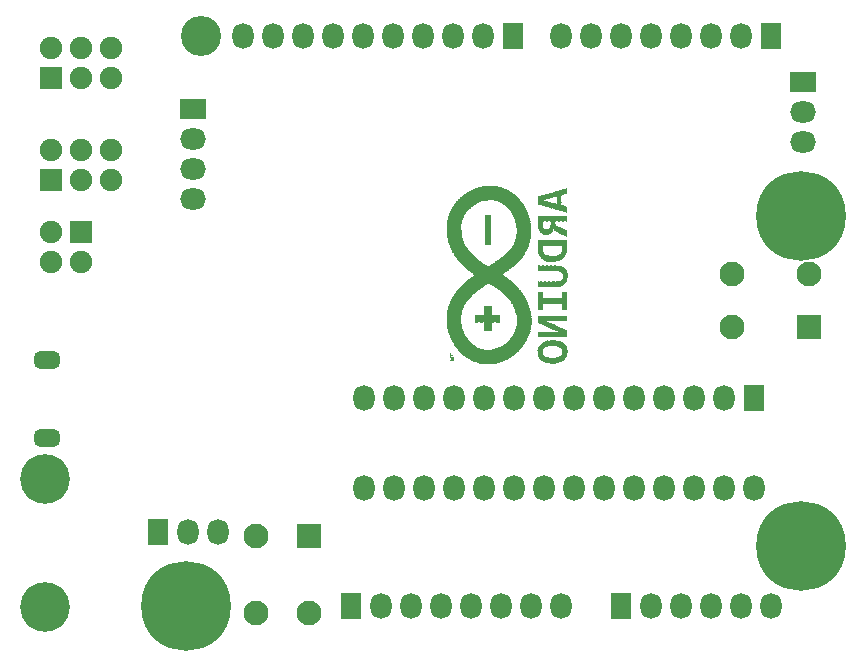
<source format=gbs>
G04*
G04 #@! TF.GenerationSoftware,Altium Limited,Altium Designer,19.1.4 (82)*
G04*
G04 Layer_Color=16711935*
%FSLAX44Y44*%
%MOMM*%
G71*
G01*
G75*
%ADD41R,2.1000X2.1000*%
%ADD56C,2.1000*%
%ADD57R,2.1000X2.1000*%
%ADD58R,2.2000X1.8000*%
%ADD59O,2.2000X1.8000*%
%ADD60O,1.8000X2.2000*%
%ADD61R,1.8000X2.2000*%
%ADD62C,1.9000*%
%ADD63R,1.9000X1.9000*%
G04:AMPARAMS|DCode=64|XSize=2.2mm|YSize=1.45mm|CornerRadius=0.475mm|HoleSize=0mm|Usage=FLASHONLY|Rotation=0.000|XOffset=0mm|YOffset=0mm|HoleType=Round|Shape=RoundedRectangle|*
%AMROUNDEDRECTD64*
21,1,2.2000,0.5000,0,0,0.0*
21,1,1.2500,1.4500,0,0,0.0*
1,1,0.9500,0.6250,-0.2500*
1,1,0.9500,-0.6250,-0.2500*
1,1,0.9500,-0.6250,0.2500*
1,1,0.9500,0.6250,0.2500*
%
%ADD64ROUNDEDRECTD64*%
%ADD65C,7.6000*%
%ADD66C,3.4000*%
%ADD67C,4.2000*%
G36*
X403656Y380981D02*
X403898D01*
Y380739D01*
X404624D01*
Y380497D01*
X404866D01*
Y380739D01*
X405109D01*
Y380497D01*
X405351D01*
Y380739D01*
X405593D01*
Y380497D01*
X405835D01*
Y380255D01*
X406077D01*
Y380013D01*
X406320D01*
Y380255D01*
X406562D01*
Y380013D01*
X406804D01*
Y380255D01*
X407046D01*
Y380013D01*
X407530D01*
Y379771D01*
X408015D01*
Y379529D01*
X408257D01*
Y379771D01*
X408499D01*
Y379529D01*
X408741D01*
Y379286D01*
X408983D01*
Y379044D01*
X409226D01*
Y379286D01*
X409468D01*
Y379044D01*
X409710D01*
Y378802D01*
X410436D01*
Y378560D01*
X411163D01*
Y378318D01*
X411405D01*
Y378075D01*
X412132D01*
Y377833D01*
X412374D01*
Y377591D01*
X412616D01*
Y377833D01*
X412858D01*
Y377591D01*
X413100D01*
Y377349D01*
X413343D01*
Y377107D01*
X413827D01*
Y376865D01*
X414311D01*
Y376622D01*
X414553D01*
Y376380D01*
X414795D01*
Y376138D01*
X415038D01*
Y376380D01*
X415280D01*
Y376138D01*
X415522D01*
Y375896D01*
X415764D01*
Y375654D01*
X416006D01*
Y375411D01*
X416249D01*
Y375169D01*
X416491D01*
Y375411D01*
X416733D01*
Y374927D01*
X417217D01*
Y374685D01*
X417459D01*
Y374443D01*
X417702D01*
Y374201D01*
X417944D01*
Y374443D01*
X418186D01*
Y373716D01*
X418428D01*
Y373959D01*
X418670D01*
Y373232D01*
X418913D01*
Y373474D01*
X419155D01*
Y373232D01*
X419397D01*
Y372990D01*
X419639D01*
Y372748D01*
X419881D01*
Y372505D01*
X420123D01*
Y372263D01*
X420365D01*
Y372021D01*
X420608D01*
Y371779D01*
X420850D01*
Y371537D01*
X421092D01*
Y371295D01*
X421334D01*
Y371052D01*
X421576D01*
Y370810D01*
X421819D01*
Y370568D01*
X422061D01*
Y370326D01*
X422303D01*
Y370084D01*
X422545D01*
Y369357D01*
X422787D01*
Y369599D01*
X423029D01*
Y368873D01*
X423272D01*
Y368631D01*
X423514D01*
Y368388D01*
X423756D01*
Y368146D01*
X423998D01*
Y367904D01*
X424240D01*
Y367662D01*
X424482D01*
Y366936D01*
X424725D01*
Y366693D01*
X424967D01*
Y366451D01*
X425209D01*
Y366209D01*
X425451D01*
Y365482D01*
X425693D01*
Y365725D01*
X425936D01*
Y364998D01*
X426178D01*
Y364756D01*
X426420D01*
Y364029D01*
X426662D01*
Y363787D01*
X426904D01*
Y363545D01*
X427146D01*
Y363303D01*
X427388D01*
Y363061D01*
X427146D01*
Y363303D01*
X426904D01*
Y363061D01*
X427146D01*
Y362819D01*
X427388D01*
Y362576D01*
X427631D01*
Y362334D01*
X427873D01*
Y362092D01*
X427631D01*
Y361850D01*
X427873D01*
Y361123D01*
X428115D01*
Y360881D01*
X428357D01*
Y360155D01*
X428599D01*
Y359912D01*
X428842D01*
Y359670D01*
X429084D01*
Y359428D01*
X428842D01*
Y359186D01*
X429084D01*
Y358944D01*
X429326D01*
Y358217D01*
X429568D01*
Y357975D01*
X429810D01*
Y357733D01*
X429568D01*
Y357975D01*
X429326D01*
Y357733D01*
X429568D01*
Y357491D01*
X429810D01*
Y356764D01*
X430052D01*
Y356522D01*
X430295D01*
Y356280D01*
X430052D01*
Y356038D01*
X430295D01*
Y355311D01*
X430537D01*
Y355069D01*
X430779D01*
Y354827D01*
X430537D01*
Y355069D01*
X430295D01*
Y354827D01*
X430537D01*
Y354585D01*
X430779D01*
Y353858D01*
X431021D01*
Y353616D01*
X430779D01*
Y353374D01*
X431021D01*
Y353132D01*
X431263D01*
Y352890D01*
X431021D01*
Y352647D01*
X431263D01*
Y351436D01*
X431505D01*
Y351194D01*
X431748D01*
Y350952D01*
X431505D01*
Y351194D01*
X431263D01*
Y350952D01*
X431505D01*
Y350710D01*
X431748D01*
Y350468D01*
X431505D01*
Y350226D01*
X431748D01*
Y349015D01*
X431990D01*
Y348773D01*
X431748D01*
Y348530D01*
X431990D01*
Y348288D01*
X431748D01*
Y348046D01*
X431990D01*
Y347804D01*
X431748D01*
Y347562D01*
X431990D01*
Y346835D01*
X432232D01*
Y346593D01*
X431990D01*
Y346351D01*
X432232D01*
Y346109D01*
X431990D01*
Y345867D01*
X432232D01*
Y340297D01*
X431990D01*
Y340054D01*
X432232D01*
Y339812D01*
X431990D01*
Y339570D01*
X432232D01*
Y339328D01*
X431990D01*
Y339086D01*
X432232D01*
Y338843D01*
X431990D01*
Y338601D01*
X431748D01*
Y338359D01*
X431990D01*
Y338117D01*
X431748D01*
Y336422D01*
X431505D01*
Y336180D01*
X431748D01*
Y335937D01*
X431505D01*
Y335695D01*
X431748D01*
Y335453D01*
X431505D01*
Y335695D01*
X431263D01*
Y335453D01*
X431505D01*
Y335211D01*
X431263D01*
Y334969D01*
X431505D01*
Y334726D01*
X431263D01*
Y334000D01*
X431021D01*
Y333758D01*
X431263D01*
Y333516D01*
X431021D01*
Y333274D01*
X430779D01*
Y333031D01*
X431021D01*
Y332789D01*
X430779D01*
Y332063D01*
X430537D01*
Y331820D01*
X430779D01*
Y331578D01*
X430537D01*
Y331820D01*
X430295D01*
Y331578D01*
X430537D01*
Y331336D01*
X430295D01*
Y330610D01*
X430052D01*
Y330367D01*
X430295D01*
Y330125D01*
X430052D01*
Y330367D01*
X429810D01*
Y330125D01*
X430052D01*
Y329883D01*
X429810D01*
Y329156D01*
X429568D01*
Y328914D01*
X429326D01*
Y328188D01*
X429084D01*
Y327461D01*
X428842D01*
Y326735D01*
X428599D01*
Y326493D01*
X428357D01*
Y325766D01*
X428115D01*
Y325524D01*
X427873D01*
Y324797D01*
X427631D01*
Y325040D01*
X427388D01*
Y324797D01*
X427631D01*
Y324555D01*
X427388D01*
Y324313D01*
X427146D01*
Y324071D01*
X426904D01*
Y323344D01*
X426662D01*
Y323102D01*
X426420D01*
Y322860D01*
X426178D01*
Y322618D01*
X426420D01*
Y322376D01*
X426178D01*
Y322618D01*
X425936D01*
Y321891D01*
X425693D01*
Y321649D01*
X425451D01*
Y321407D01*
X425209D01*
Y321165D01*
X424967D01*
Y320438D01*
X424725D01*
Y320196D01*
X424482D01*
Y319954D01*
X424240D01*
Y319712D01*
X423998D01*
Y319470D01*
X423756D01*
Y319228D01*
X423514D01*
Y318985D01*
X423272D01*
Y318743D01*
X423029D01*
Y318501D01*
X422787D01*
Y318259D01*
X423029D01*
Y318017D01*
X422787D01*
Y318259D01*
X422545D01*
Y318017D01*
X422303D01*
Y317774D01*
X422061D01*
Y317532D01*
X421819D01*
Y317290D01*
X422061D01*
Y317048D01*
X421819D01*
Y317290D01*
X421576D01*
Y317048D01*
X421334D01*
Y316806D01*
X421092D01*
Y316564D01*
X420850D01*
Y316321D01*
X420608D01*
Y316079D01*
X420365D01*
Y315837D01*
X420123D01*
Y315595D01*
X419881D01*
Y315353D01*
X419639D01*
Y315110D01*
X419397D01*
Y314868D01*
X419155D01*
Y314626D01*
X418913D01*
Y314384D01*
X418670D01*
Y314142D01*
X418428D01*
Y313900D01*
X418186D01*
Y313657D01*
X417944D01*
Y313415D01*
X417702D01*
Y313173D01*
X417459D01*
Y312931D01*
X417217D01*
Y312689D01*
X416733D01*
Y312447D01*
X416249D01*
Y311962D01*
X415764D01*
Y311720D01*
X415522D01*
Y311478D01*
X415280D01*
Y311236D01*
X415038D01*
Y311478D01*
X414795D01*
Y311236D01*
X415038D01*
Y310994D01*
X414795D01*
Y310751D01*
X414553D01*
Y310994D01*
X414311D01*
Y310267D01*
X414069D01*
Y310509D01*
X413827D01*
Y310267D01*
X413585D01*
Y310025D01*
X413343D01*
Y309783D01*
X413100D01*
Y309541D01*
X412858D01*
Y309298D01*
X412374D01*
Y309056D01*
X411889D01*
Y308814D01*
X411647D01*
Y308572D01*
X411405D01*
Y308330D01*
X411163D01*
Y308088D01*
X410921D01*
Y307845D01*
X410679D01*
Y308088D01*
X410436D01*
Y307845D01*
X410194D01*
Y307603D01*
X409952D01*
Y307361D01*
X409710D01*
Y307119D01*
X409468D01*
Y306877D01*
X409226D01*
Y307119D01*
X408983D01*
Y306635D01*
X408499D01*
Y306392D01*
X408257D01*
Y306150D01*
X408015D01*
Y305908D01*
X408499D01*
Y305666D01*
X408983D01*
Y305424D01*
X409226D01*
Y305182D01*
X409468D01*
Y304939D01*
X409710D01*
Y305182D01*
X409952D01*
Y304939D01*
X410194D01*
Y304697D01*
X410436D01*
Y304455D01*
X410679D01*
Y304213D01*
X410921D01*
Y303971D01*
X411405D01*
Y303728D01*
X411889D01*
Y303486D01*
X412132D01*
Y303244D01*
X412374D01*
Y303002D01*
X412616D01*
Y302760D01*
X412858D01*
Y302518D01*
X413100D01*
Y302760D01*
X413343D01*
Y302033D01*
X414069D01*
Y301791D01*
X414311D01*
Y301549D01*
X414553D01*
Y301307D01*
X414795D01*
Y301064D01*
X415038D01*
Y300822D01*
X415280D01*
Y300580D01*
X415764D01*
Y300096D01*
X416249D01*
Y299854D01*
X416733D01*
Y299611D01*
X416975D01*
Y299369D01*
X417217D01*
Y299127D01*
X417459D01*
Y298885D01*
X417702D01*
Y298643D01*
X417944D01*
Y298401D01*
X418186D01*
Y298158D01*
X418428D01*
Y297916D01*
X418670D01*
Y297674D01*
X418913D01*
Y297432D01*
X419155D01*
Y297190D01*
X419397D01*
Y296948D01*
X419639D01*
Y296705D01*
X419881D01*
Y296463D01*
X420123D01*
Y296221D01*
X420365D01*
Y295979D01*
X420608D01*
Y295737D01*
X420850D01*
Y295495D01*
X421092D01*
Y295252D01*
X421334D01*
Y295010D01*
X421576D01*
Y294526D01*
X422061D01*
Y293799D01*
X422303D01*
Y293557D01*
X422545D01*
Y293315D01*
X422787D01*
Y293073D01*
X423029D01*
Y292831D01*
X423272D01*
Y292589D01*
X423514D01*
Y292346D01*
X423756D01*
Y292104D01*
X423998D01*
Y291378D01*
X424240D01*
Y291135D01*
X424482D01*
Y290893D01*
X424725D01*
Y290651D01*
X424967D01*
Y290167D01*
X425209D01*
Y289682D01*
X425451D01*
Y289440D01*
X425693D01*
Y289198D01*
X425936D01*
Y288956D01*
X426178D01*
Y288714D01*
X426420D01*
Y288472D01*
X426178D01*
Y288714D01*
X425936D01*
Y288472D01*
X426178D01*
Y288229D01*
X426420D01*
Y287987D01*
X426662D01*
Y287745D01*
X426904D01*
Y287019D01*
X427146D01*
Y286776D01*
X427388D01*
Y286050D01*
X427631D01*
Y285808D01*
X427873D01*
Y285081D01*
X428115D01*
Y284839D01*
X428357D01*
Y284112D01*
X428599D01*
Y283870D01*
X428842D01*
Y283144D01*
X429084D01*
Y282902D01*
X429326D01*
Y282175D01*
X429568D01*
Y281933D01*
X429810D01*
Y281691D01*
X429568D01*
Y281448D01*
X429810D01*
Y281206D01*
X430052D01*
Y280964D01*
X429810D01*
Y280722D01*
X430052D01*
Y280480D01*
X430295D01*
Y280238D01*
X430052D01*
Y279995D01*
X430295D01*
Y279753D01*
X430537D01*
Y279511D01*
X430295D01*
Y279269D01*
X430537D01*
Y279027D01*
X430779D01*
Y278300D01*
X431021D01*
Y278058D01*
X430779D01*
Y277816D01*
X431021D01*
Y277574D01*
X431263D01*
Y277332D01*
X431021D01*
Y277089D01*
X431263D01*
Y275879D01*
X431505D01*
Y275636D01*
X431748D01*
Y275394D01*
X431505D01*
Y275152D01*
X431748D01*
Y274426D01*
X431990D01*
Y274183D01*
X431748D01*
Y273941D01*
X431990D01*
Y273699D01*
X432232D01*
Y273457D01*
X431990D01*
Y273215D01*
X432232D01*
Y272004D01*
X432474D01*
Y271762D01*
X432232D01*
Y271519D01*
X432474D01*
Y271277D01*
X432232D01*
Y271035D01*
X432474D01*
Y270793D01*
X432716D01*
Y270551D01*
X432474D01*
Y270793D01*
X432232D01*
Y270551D01*
X432474D01*
Y270309D01*
X432716D01*
Y270066D01*
X432474D01*
Y269824D01*
X432716D01*
Y265223D01*
X432474D01*
Y264981D01*
X432716D01*
Y264254D01*
X432474D01*
Y264012D01*
X432716D01*
Y263770D01*
X432474D01*
Y264012D01*
X432232D01*
Y263770D01*
X432474D01*
Y263528D01*
X432716D01*
Y263286D01*
X432474D01*
Y263043D01*
X432232D01*
Y262801D01*
X432474D01*
Y262559D01*
X432232D01*
Y262317D01*
X432474D01*
Y262075D01*
X432232D01*
Y260864D01*
X431990D01*
Y260622D01*
X432232D01*
Y260380D01*
X431990D01*
Y260137D01*
X431748D01*
Y259895D01*
X431990D01*
Y259653D01*
X431748D01*
Y258927D01*
X431505D01*
Y258684D01*
X431748D01*
Y258442D01*
X431505D01*
Y258200D01*
X431748D01*
Y257958D01*
X431505D01*
Y258200D01*
X431263D01*
Y256989D01*
X431021D01*
Y256747D01*
X430779D01*
Y256505D01*
X431021D01*
Y256263D01*
X430779D01*
Y255536D01*
X430537D01*
Y255294D01*
X430779D01*
Y255052D01*
X430537D01*
Y255294D01*
X430295D01*
Y254567D01*
X430052D01*
Y253841D01*
X429810D01*
Y253114D01*
X429568D01*
Y252872D01*
X429326D01*
Y252146D01*
X429084D01*
Y251903D01*
X428842D01*
Y251177D01*
X428599D01*
Y250935D01*
X428357D01*
Y250208D01*
X428115D01*
Y249966D01*
X427873D01*
Y249240D01*
X427631D01*
Y248997D01*
X427388D01*
Y248755D01*
X427146D01*
Y248029D01*
X426904D01*
Y247787D01*
X426662D01*
Y247544D01*
X426420D01*
Y247302D01*
X426178D01*
Y247060D01*
X426420D01*
Y246818D01*
X426178D01*
Y247060D01*
X425936D01*
Y246334D01*
X425693D01*
Y246091D01*
X425451D01*
Y245849D01*
X425209D01*
Y245607D01*
X424967D01*
Y244881D01*
X424725D01*
Y244638D01*
X424482D01*
Y244396D01*
X424240D01*
Y244154D01*
X423998D01*
Y243912D01*
X423756D01*
Y243670D01*
X423514D01*
Y243427D01*
X423272D01*
Y243185D01*
X423029D01*
Y242459D01*
X422787D01*
Y242701D01*
X422545D01*
Y241974D01*
X422303D01*
Y242217D01*
X422061D01*
Y241732D01*
X421576D01*
Y241006D01*
X421334D01*
Y241248D01*
X421092D01*
Y240521D01*
X420850D01*
Y240763D01*
X420608D01*
Y240279D01*
X420123D01*
Y239553D01*
X419881D01*
Y239795D01*
X419639D01*
Y239553D01*
X419397D01*
Y239310D01*
X419155D01*
Y239068D01*
X418913D01*
Y238826D01*
X418670D01*
Y238584D01*
X418428D01*
Y238342D01*
X418186D01*
Y238100D01*
X417944D01*
Y237857D01*
X417702D01*
Y237615D01*
X417217D01*
Y237373D01*
X416733D01*
Y237131D01*
X416491D01*
Y236889D01*
X416249D01*
Y236647D01*
X416006D01*
Y236889D01*
X415764D01*
Y236162D01*
X415522D01*
Y236404D01*
X415280D01*
Y236162D01*
X415038D01*
Y235920D01*
X414795D01*
Y235678D01*
X414553D01*
Y235436D01*
X413827D01*
Y235194D01*
X413585D01*
Y234951D01*
X413343D01*
Y234709D01*
X413100D01*
Y234951D01*
X412858D01*
Y234709D01*
X412616D01*
Y234467D01*
X412374D01*
Y234225D01*
X412132D01*
Y234467D01*
X411889D01*
Y234225D01*
X411647D01*
Y233983D01*
X411405D01*
Y233741D01*
X411163D01*
Y233983D01*
X410921D01*
Y233741D01*
X410679D01*
Y233498D01*
X410436D01*
Y233256D01*
X409710D01*
Y233014D01*
X409468D01*
Y232772D01*
X409226D01*
Y233014D01*
X408983D01*
Y232772D01*
X408741D01*
Y232530D01*
X408499D01*
Y232288D01*
X408257D01*
Y232530D01*
X408015D01*
Y232288D01*
X407772D01*
Y232530D01*
X407530D01*
Y232288D01*
X407288D01*
Y232045D01*
X407530D01*
Y231803D01*
X407288D01*
Y232045D01*
X407046D01*
Y231803D01*
X406804D01*
Y232045D01*
X406562D01*
Y231803D01*
X405835D01*
Y231561D01*
X405593D01*
Y231319D01*
X405351D01*
Y231561D01*
X405109D01*
Y231319D01*
X404866D01*
Y231561D01*
X404624D01*
Y231319D01*
X404382D01*
Y231077D01*
X403656D01*
Y230834D01*
X403413D01*
Y231077D01*
X403171D01*
Y230834D01*
X401960D01*
Y230592D01*
X401718D01*
Y230350D01*
X401476D01*
Y230592D01*
X401234D01*
Y230350D01*
X400992D01*
Y230592D01*
X400750D01*
Y230350D01*
X400507D01*
Y230592D01*
X400265D01*
Y230350D01*
X399054D01*
Y230108D01*
X398812D01*
Y230350D01*
X398570D01*
Y230108D01*
X393000D01*
Y230350D01*
X391789D01*
Y230592D01*
X391547D01*
Y230350D01*
X391305D01*
Y230592D01*
X391063D01*
Y230350D01*
X390820D01*
Y230592D01*
X390578D01*
Y230350D01*
X390336D01*
Y230592D01*
X389610D01*
Y230834D01*
X388883D01*
Y231077D01*
X388641D01*
Y230834D01*
X388399D01*
Y231077D01*
X388157D01*
Y230834D01*
X387914D01*
Y231077D01*
X387672D01*
Y231319D01*
X387430D01*
Y231561D01*
X387188D01*
Y231319D01*
X386946D01*
Y231561D01*
X386703D01*
Y231319D01*
X386461D01*
Y231561D01*
X385977D01*
Y231803D01*
X385493D01*
Y232045D01*
X385251D01*
Y231803D01*
X385008D01*
Y232045D01*
X384766D01*
Y232288D01*
X384040D01*
Y232530D01*
X383797D01*
Y232288D01*
X383555D01*
Y232530D01*
X383313D01*
Y232772D01*
X383071D01*
Y233014D01*
X382829D01*
Y232772D01*
X382587D01*
Y233014D01*
X382344D01*
Y233256D01*
X382102D01*
Y233498D01*
X381860D01*
Y233256D01*
X381618D01*
Y233498D01*
X381376D01*
Y233741D01*
X381133D01*
Y233983D01*
X380891D01*
Y233741D01*
X380649D01*
Y233983D01*
X380407D01*
Y234225D01*
X380165D01*
Y234467D01*
X379923D01*
Y234225D01*
X379680D01*
Y234467D01*
X379438D01*
Y234709D01*
X379196D01*
Y234951D01*
X378712D01*
Y235194D01*
X378228D01*
Y235436D01*
X377985D01*
Y235678D01*
X377743D01*
Y235920D01*
X377501D01*
Y235678D01*
X377259D01*
Y236162D01*
X376774D01*
Y236404D01*
X376532D01*
Y236647D01*
X376290D01*
Y236889D01*
X376048D01*
Y237131D01*
X375806D01*
Y237373D01*
X375321D01*
Y237857D01*
X375079D01*
Y237615D01*
X374837D01*
Y237857D01*
X374595D01*
Y238100D01*
X374353D01*
Y238342D01*
X374110D01*
Y238584D01*
X373868D01*
Y238826D01*
X373626D01*
Y239068D01*
X373384D01*
Y239310D01*
X373142D01*
Y239553D01*
X372900D01*
Y239795D01*
X372658D01*
Y240037D01*
X372415D01*
Y240279D01*
X372173D01*
Y240521D01*
X371931D01*
Y240763D01*
X371689D01*
Y241006D01*
X371447D01*
Y241248D01*
X371204D01*
Y241490D01*
X370962D01*
Y241732D01*
X370720D01*
Y241974D01*
X370478D01*
Y242217D01*
X370236D01*
Y242459D01*
X369994D01*
Y243185D01*
X369751D01*
Y242943D01*
X369509D01*
Y243670D01*
X369267D01*
Y243912D01*
X369025D01*
Y244154D01*
X368783D01*
Y244396D01*
X368540D01*
Y244638D01*
X368298D01*
Y244881D01*
X368056D01*
Y245607D01*
X367814D01*
Y245849D01*
X367572D01*
Y246091D01*
X367330D01*
Y246334D01*
X367088D01*
Y247060D01*
X366845D01*
Y247302D01*
X366603D01*
Y248029D01*
X366361D01*
Y248271D01*
X366119D01*
Y248513D01*
X365877D01*
Y248755D01*
X365634D01*
Y249482D01*
X365392D01*
Y249724D01*
X365150D01*
Y250450D01*
X364908D01*
Y250935D01*
X364666D01*
Y251419D01*
X364424D01*
Y251661D01*
X364181D01*
Y251903D01*
X364424D01*
Y252146D01*
X364181D01*
Y252388D01*
X363939D01*
Y252630D01*
X364181D01*
Y252872D01*
X363939D01*
Y253114D01*
X363697D01*
Y253356D01*
X363455D01*
Y253599D01*
X363697D01*
Y253841D01*
X363455D01*
Y254083D01*
X363213D01*
Y255052D01*
X362728D01*
Y255294D01*
X362971D01*
Y255536D01*
X362728D01*
Y256263D01*
X362486D01*
Y256505D01*
X362728D01*
Y256747D01*
X362486D01*
Y256989D01*
X362244D01*
Y257716D01*
X362002D01*
Y257958D01*
X362244D01*
Y258200D01*
X362002D01*
Y258442D01*
X361760D01*
Y258684D01*
X362002D01*
Y258442D01*
X362244D01*
Y258684D01*
X362002D01*
Y258927D01*
X361760D01*
Y259653D01*
X361517D01*
Y259895D01*
X361760D01*
Y260137D01*
X361517D01*
Y260380D01*
X361275D01*
Y260622D01*
X361517D01*
Y260864D01*
X361275D01*
Y262075D01*
X361033D01*
Y262317D01*
X361275D01*
Y262559D01*
X361033D01*
Y262801D01*
X360791D01*
Y263043D01*
X361033D01*
Y263286D01*
X360791D01*
Y263528D01*
X361033D01*
Y263770D01*
X360791D01*
Y273699D01*
X361033D01*
Y273941D01*
X360791D01*
Y274183D01*
X361033D01*
Y274426D01*
X360791D01*
Y274668D01*
X361033D01*
Y274910D01*
X361275D01*
Y275152D01*
X361033D01*
Y275394D01*
X361275D01*
Y276121D01*
X361517D01*
Y276363D01*
X361275D01*
Y276605D01*
X361517D01*
Y276847D01*
X361275D01*
Y277089D01*
X361517D01*
Y276847D01*
X361760D01*
Y277089D01*
X361517D01*
Y277332D01*
X361760D01*
Y277574D01*
X361517D01*
Y277816D01*
X361760D01*
Y278542D01*
X362002D01*
Y278785D01*
X362244D01*
Y279027D01*
X362002D01*
Y279269D01*
X362244D01*
Y279995D01*
X362486D01*
Y280238D01*
X362728D01*
Y280480D01*
X362486D01*
Y280722D01*
X362728D01*
Y281448D01*
X362971D01*
Y281691D01*
X363213D01*
Y281933D01*
X362971D01*
Y282175D01*
X363213D01*
Y282417D01*
X363455D01*
Y282659D01*
X363213D01*
Y282902D01*
X363455D01*
Y283144D01*
X363697D01*
Y283870D01*
X363939D01*
Y284112D01*
X364181D01*
Y284839D01*
X364424D01*
Y285081D01*
X364666D01*
Y285808D01*
X364908D01*
Y286050D01*
X365150D01*
Y286776D01*
X365634D01*
Y287261D01*
X365877D01*
Y287503D01*
X366119D01*
Y288229D01*
X366361D01*
Y287987D01*
X366603D01*
Y288229D01*
X366361D01*
Y288472D01*
X366603D01*
Y288714D01*
X366845D01*
Y288956D01*
X367088D01*
Y289682D01*
X367330D01*
Y289925D01*
X367572D01*
Y290167D01*
X367814D01*
Y290409D01*
X368056D01*
Y290651D01*
X368298D01*
Y290893D01*
X368540D01*
Y291620D01*
X368783D01*
Y291862D01*
X369025D01*
Y292104D01*
X369267D01*
Y292346D01*
X369509D01*
Y293073D01*
X369751D01*
Y292831D01*
X369994D01*
Y293557D01*
X370478D01*
Y294042D01*
X370720D01*
Y294284D01*
X370962D01*
Y294526D01*
X371204D01*
Y294768D01*
X371447D01*
Y295010D01*
X371689D01*
Y295252D01*
X371931D01*
Y295495D01*
X372173D01*
Y295737D01*
X372415D01*
Y295979D01*
X372658D01*
Y296221D01*
X372900D01*
Y296463D01*
X373142D01*
Y296705D01*
X373384D01*
Y296948D01*
X373626D01*
Y297190D01*
X373868D01*
Y297432D01*
X374110D01*
Y297674D01*
X374353D01*
Y297916D01*
X374595D01*
Y298158D01*
X374837D01*
Y298401D01*
X375079D01*
Y298643D01*
X375321D01*
Y298885D01*
X375564D01*
Y299127D01*
X375806D01*
Y299369D01*
X376048D01*
Y299611D01*
X376290D01*
Y299854D01*
X376774D01*
Y300338D01*
X377017D01*
Y300096D01*
X377259D01*
Y300822D01*
X377501D01*
Y300580D01*
X377743D01*
Y300822D01*
X377985D01*
Y301064D01*
X378228D01*
Y301307D01*
X378470D01*
Y301549D01*
X378712D01*
Y301791D01*
X378954D01*
Y302033D01*
X379196D01*
Y302275D01*
X379680D01*
Y302518D01*
X380165D01*
Y302760D01*
X380407D01*
Y303002D01*
X380649D01*
Y303244D01*
X380891D01*
Y303486D01*
X381133D01*
Y303728D01*
X381618D01*
Y303971D01*
X382102D01*
Y304213D01*
X382344D01*
Y304455D01*
X382587D01*
Y304697D01*
X382829D01*
Y304939D01*
X383555D01*
Y305182D01*
X383797D01*
Y305424D01*
X384040D01*
Y305666D01*
X384282D01*
Y305908D01*
X384040D01*
Y306150D01*
X383797D01*
Y305908D01*
X383555D01*
Y306150D01*
X383313D01*
Y306392D01*
X383071D01*
Y306635D01*
X382829D01*
Y306877D01*
X382587D01*
Y307119D01*
X382102D01*
Y307603D01*
X381860D01*
Y307361D01*
X381618D01*
Y307603D01*
X381376D01*
Y307845D01*
X381133D01*
Y308088D01*
X380891D01*
Y308330D01*
X380649D01*
Y308572D01*
X380407D01*
Y308814D01*
X380165D01*
Y309056D01*
X379923D01*
Y308814D01*
X379680D01*
Y309056D01*
X379438D01*
Y309298D01*
X379196D01*
Y309541D01*
X378954D01*
Y309783D01*
X378712D01*
Y310025D01*
X378470D01*
Y310267D01*
X378228D01*
Y310509D01*
X377985D01*
Y310751D01*
X377743D01*
Y310994D01*
X377259D01*
Y311478D01*
X377017D01*
Y311236D01*
X376774D01*
Y311962D01*
X376532D01*
Y311720D01*
X376290D01*
Y312204D01*
X375806D01*
Y312447D01*
X375564D01*
Y312689D01*
X375321D01*
Y312931D01*
X375079D01*
Y313173D01*
X374837D01*
Y313415D01*
X374595D01*
Y313657D01*
X374353D01*
Y313900D01*
X374110D01*
Y314142D01*
X373868D01*
Y314384D01*
X373626D01*
Y314626D01*
X373384D01*
Y314868D01*
X373142D01*
Y315110D01*
X372900D01*
Y315353D01*
X372658D01*
Y315595D01*
X372415D01*
Y315837D01*
X372173D01*
Y316079D01*
X371931D01*
Y316806D01*
X371689D01*
Y316564D01*
X371447D01*
Y317290D01*
X370962D01*
Y317774D01*
X370720D01*
Y318017D01*
X370478D01*
Y318259D01*
X370236D01*
Y318501D01*
X369994D01*
Y318743D01*
X369751D01*
Y318985D01*
X369509D01*
Y319712D01*
X369267D01*
Y319954D01*
X369025D01*
Y320196D01*
X368783D01*
Y320438D01*
X368540D01*
Y320681D01*
X368298D01*
Y320923D01*
X368056D01*
Y321649D01*
X367814D01*
Y321891D01*
X367572D01*
Y322133D01*
X367330D01*
Y322376D01*
X367088D01*
Y323102D01*
X366845D01*
Y323344D01*
X366603D01*
Y323587D01*
X366361D01*
Y323829D01*
X366119D01*
Y324555D01*
X365877D01*
Y324797D01*
X365634D01*
Y325524D01*
X365392D01*
Y325766D01*
X365150D01*
Y326493D01*
X364908D01*
Y326735D01*
X364666D01*
Y327461D01*
X364424D01*
Y327704D01*
X364181D01*
Y328430D01*
X363939D01*
Y328672D01*
X363697D01*
Y328914D01*
X363939D01*
Y329156D01*
X363697D01*
Y329883D01*
X363455D01*
Y330125D01*
X363213D01*
Y330852D01*
X362971D01*
Y331094D01*
X362728D01*
Y331336D01*
X362971D01*
Y331094D01*
X363213D01*
Y331336D01*
X362971D01*
Y331578D01*
X362728D01*
Y332305D01*
X362486D01*
Y332547D01*
X362728D01*
Y332789D01*
X362486D01*
Y333031D01*
X362244D01*
Y334242D01*
X362002D01*
Y334484D01*
X361760D01*
Y334726D01*
X362002D01*
Y334969D01*
X361760D01*
Y336180D01*
X361517D01*
Y336422D01*
X361760D01*
Y336664D01*
X361517D01*
Y336906D01*
X361275D01*
Y337148D01*
X361517D01*
Y337390D01*
X361275D01*
Y339086D01*
X361033D01*
Y339328D01*
X361275D01*
Y339570D01*
X361033D01*
Y339812D01*
X361275D01*
Y340054D01*
X361033D01*
Y340297D01*
X360791D01*
Y340539D01*
X361033D01*
Y341265D01*
X360791D01*
Y341507D01*
X361033D01*
Y341749D01*
X360791D01*
Y341992D01*
X361033D01*
Y342234D01*
X360791D01*
Y342476D01*
X361033D01*
Y342718D01*
X360791D01*
Y342960D01*
X361033D01*
Y343203D01*
X360791D01*
Y343445D01*
X361033D01*
Y343687D01*
X360791D01*
Y344413D01*
X361033D01*
Y344656D01*
X360791D01*
Y348288D01*
X361033D01*
Y348530D01*
X360791D01*
Y348773D01*
X361033D01*
Y349015D01*
X360791D01*
Y349257D01*
X361033D01*
Y349499D01*
X360791D01*
Y349741D01*
X361033D01*
Y349983D01*
X360791D01*
Y350226D01*
X361033D01*
Y350468D01*
X361275D01*
Y350710D01*
X361033D01*
Y350952D01*
X361275D01*
Y352647D01*
X361517D01*
Y352890D01*
X361760D01*
Y353132D01*
X361517D01*
Y353374D01*
X361760D01*
Y354585D01*
X362002D01*
Y354827D01*
X361760D01*
Y355069D01*
X362002D01*
Y355311D01*
X362244D01*
Y356038D01*
X362486D01*
Y356280D01*
X362244D01*
Y356522D01*
X362486D01*
Y356764D01*
X362728D01*
Y357491D01*
X362971D01*
Y357733D01*
X362728D01*
Y357975D01*
X362971D01*
Y358217D01*
X363213D01*
Y358459D01*
X363455D01*
Y358702D01*
X363213D01*
Y358944D01*
X363455D01*
Y359186D01*
X363697D01*
Y359912D01*
X363939D01*
Y360155D01*
X364181D01*
Y360881D01*
X364424D01*
Y361123D01*
X364666D01*
Y361850D01*
X364908D01*
Y362092D01*
X365150D01*
Y362819D01*
X365392D01*
Y362576D01*
X365634D01*
Y362819D01*
X365392D01*
Y363061D01*
X365634D01*
Y363787D01*
X365877D01*
Y364029D01*
X366119D01*
Y364272D01*
X366361D01*
Y364514D01*
X366603D01*
Y365240D01*
X366845D01*
Y365482D01*
X367088D01*
Y365725D01*
X367330D01*
Y365967D01*
X367572D01*
Y366209D01*
X367814D01*
Y366451D01*
X367572D01*
Y366693D01*
X367814D01*
Y366451D01*
X368056D01*
Y367178D01*
X368540D01*
Y367662D01*
X368783D01*
Y367904D01*
X369025D01*
Y368146D01*
X369267D01*
Y368388D01*
X369509D01*
Y368631D01*
X369751D01*
Y368873D01*
X369994D01*
Y369115D01*
X370236D01*
Y369357D01*
X370478D01*
Y369599D01*
X370720D01*
Y369842D01*
X370962D01*
Y370084D01*
X371204D01*
Y370326D01*
X371447D01*
Y370568D01*
X371689D01*
Y370810D01*
X371931D01*
Y371052D01*
X372173D01*
Y371295D01*
X372415D01*
Y371537D01*
X372658D01*
Y371779D01*
X372900D01*
Y372021D01*
X373142D01*
Y372263D01*
X373384D01*
Y372505D01*
X373626D01*
Y372748D01*
X373868D01*
Y372990D01*
X374353D01*
Y373474D01*
X374837D01*
Y373716D01*
X375321D01*
Y373959D01*
X375564D01*
Y374201D01*
X375806D01*
Y374443D01*
X376048D01*
Y374685D01*
X376290D01*
Y374927D01*
X376532D01*
Y374685D01*
X376774D01*
Y374927D01*
X377017D01*
Y375169D01*
X377259D01*
Y375411D01*
X377501D01*
Y375654D01*
X378228D01*
Y375896D01*
X378470D01*
Y376138D01*
X378712D01*
Y376380D01*
X378954D01*
Y376138D01*
X379196D01*
Y376380D01*
X379438D01*
Y376622D01*
X379680D01*
Y376865D01*
X380165D01*
Y377349D01*
X380407D01*
Y377107D01*
X380649D01*
Y377349D01*
X380891D01*
Y377591D01*
X381133D01*
Y377833D01*
X381376D01*
Y377591D01*
X381618D01*
Y377833D01*
X381860D01*
Y378075D01*
X382102D01*
Y378318D01*
X382344D01*
Y378075D01*
X382587D01*
Y378318D01*
X382829D01*
Y378075D01*
X383071D01*
Y378318D01*
X382829D01*
Y378560D01*
X383555D01*
Y378802D01*
X384282D01*
Y379044D01*
X384524D01*
Y379286D01*
X384766D01*
Y379044D01*
X385008D01*
Y379286D01*
X385493D01*
Y379529D01*
X385977D01*
Y379771D01*
X386219D01*
Y379529D01*
X386461D01*
Y379771D01*
X386946D01*
Y380013D01*
X387430D01*
Y380255D01*
X387672D01*
Y380013D01*
X387914D01*
Y380255D01*
X388641D01*
Y380497D01*
X388883D01*
Y380739D01*
X389125D01*
Y380497D01*
X389367D01*
Y380739D01*
X389610D01*
Y380497D01*
X389852D01*
Y380739D01*
X390578D01*
Y380981D01*
X391789D01*
Y381224D01*
X392031D01*
Y380981D01*
X392273D01*
Y381224D01*
X402202D01*
Y380981D01*
X402445D01*
Y381224D01*
X402687D01*
Y380981D01*
X403413D01*
Y381224D01*
X403656D01*
Y380981D01*
D02*
G37*
G36*
X462746Y374685D02*
X462019D01*
Y374443D01*
X461777D01*
Y374201D01*
X461535D01*
Y374443D01*
X461293D01*
Y374201D01*
X461050D01*
Y374443D01*
X460808D01*
Y374201D01*
X460082D01*
Y373959D01*
X459840D01*
Y373716D01*
X459598D01*
Y373959D01*
X459355D01*
Y373716D01*
X458629D01*
Y373474D01*
X457902D01*
Y373232D01*
X458144D01*
Y372990D01*
X457902D01*
Y371295D01*
X458144D01*
Y371052D01*
X457902D01*
Y369357D01*
X458144D01*
Y369115D01*
X457902D01*
Y367420D01*
X458144D01*
Y367178D01*
X457902D01*
Y365482D01*
X458144D01*
Y365240D01*
X457902D01*
Y364998D01*
X458629D01*
Y364756D01*
X458871D01*
Y364514D01*
X459113D01*
Y364756D01*
X459355D01*
Y364514D01*
X459598D01*
Y364756D01*
X459840D01*
Y364514D01*
X460082D01*
Y364272D01*
X460808D01*
Y364029D01*
X461050D01*
Y364272D01*
X461293D01*
Y364029D01*
X462019D01*
Y363787D01*
X462261D01*
Y363545D01*
X462504D01*
Y363787D01*
X462746D01*
Y358217D01*
X462504D01*
Y358459D01*
X462261D01*
Y358702D01*
X462019D01*
Y358459D01*
X461777D01*
Y358702D01*
X461535D01*
Y358944D01*
X461293D01*
Y358702D01*
X461050D01*
Y358944D01*
X460324D01*
Y359186D01*
X460082D01*
Y359428D01*
X459840D01*
Y359186D01*
X459598D01*
Y359428D01*
X459355D01*
Y359186D01*
X459113D01*
Y359428D01*
X458871D01*
Y359670D01*
X458629D01*
Y359912D01*
X458387D01*
Y359670D01*
X458144D01*
Y359912D01*
X457902D01*
Y359670D01*
X457660D01*
Y359912D01*
X457418D01*
Y360155D01*
X456691D01*
Y360397D01*
X456449D01*
Y360155D01*
X456207D01*
Y360397D01*
X455480D01*
Y360639D01*
X454754D01*
Y360881D01*
X454027D01*
Y361123D01*
X453301D01*
Y361366D01*
X453059D01*
Y361123D01*
X452817D01*
Y361366D01*
X452575D01*
Y361608D01*
X452332D01*
Y361366D01*
X452090D01*
Y361608D01*
X451848D01*
Y361850D01*
X451606D01*
Y361608D01*
X451364D01*
Y361850D01*
X451121D01*
Y361608D01*
X450879D01*
Y361850D01*
X450637D01*
Y362092D01*
X450395D01*
Y362334D01*
X450153D01*
Y362092D01*
X449911D01*
Y362334D01*
X449668D01*
Y362092D01*
X449426D01*
Y362334D01*
X449184D01*
Y362576D01*
X448457D01*
Y362819D01*
X448215D01*
Y362576D01*
X447973D01*
Y362819D01*
X447489D01*
Y363061D01*
X447005D01*
Y363303D01*
X446762D01*
Y363061D01*
X446520D01*
Y363303D01*
X445794D01*
Y363545D01*
X445067D01*
Y363787D01*
X444825D01*
Y363545D01*
X444583D01*
Y363787D01*
X444341D01*
Y364029D01*
X443614D01*
Y364272D01*
X443372D01*
Y364029D01*
X443130D01*
Y364272D01*
X442888D01*
Y364514D01*
X442645D01*
Y364272D01*
X442403D01*
Y364514D01*
X442161D01*
Y364756D01*
X441919D01*
Y364514D01*
X441677D01*
Y364756D01*
X441435D01*
Y364514D01*
X441192D01*
Y364756D01*
X440950D01*
Y364998D01*
X440708D01*
Y365240D01*
X440466D01*
Y364998D01*
X440224D01*
Y365240D01*
X439981D01*
Y364998D01*
X439739D01*
Y365240D01*
X439255D01*
Y365482D01*
X438286D01*
Y365725D01*
X438044D01*
Y365967D01*
X438286D01*
Y366693D01*
X438044D01*
Y366936D01*
X438286D01*
Y367662D01*
X438044D01*
Y367904D01*
X438286D01*
Y368631D01*
X438044D01*
Y368873D01*
X438286D01*
Y369599D01*
X438044D01*
Y369842D01*
X438286D01*
Y370568D01*
X438044D01*
Y370810D01*
X438286D01*
Y371537D01*
X438044D01*
Y371779D01*
X438286D01*
Y372505D01*
X438529D01*
Y372263D01*
X438771D01*
Y372505D01*
X439013D01*
Y372263D01*
X439255D01*
Y372505D01*
X439497D01*
Y372748D01*
X439739D01*
Y372990D01*
X439981D01*
Y372748D01*
X440224D01*
Y372990D01*
X440466D01*
Y372748D01*
X440708D01*
Y372990D01*
X440950D01*
Y373232D01*
X441677D01*
Y373474D01*
X441919D01*
Y373232D01*
X442161D01*
Y373474D01*
X442645D01*
Y373716D01*
X443130D01*
Y373959D01*
X443372D01*
Y373716D01*
X443614D01*
Y373959D01*
X443856D01*
Y373716D01*
X444098D01*
Y373959D01*
X444341D01*
Y374201D01*
X445067D01*
Y374443D01*
X445309D01*
Y374201D01*
X445551D01*
Y374443D01*
X445794D01*
Y374685D01*
X446520D01*
Y374927D01*
X446762D01*
Y374685D01*
X447005D01*
Y374927D01*
X447247D01*
Y374685D01*
X447489D01*
Y374927D01*
X447731D01*
Y375169D01*
X447973D01*
Y375411D01*
X448215D01*
Y375169D01*
X448457D01*
Y375411D01*
X448700D01*
Y375169D01*
X448942D01*
Y375411D01*
X449184D01*
Y375654D01*
X449911D01*
Y375896D01*
X450153D01*
Y375654D01*
X450395D01*
Y375896D01*
X450879D01*
Y376380D01*
X451121D01*
Y376138D01*
X451364D01*
Y376380D01*
X451606D01*
Y376138D01*
X451848D01*
Y376380D01*
X452575D01*
Y376622D01*
X453301D01*
Y376865D01*
X453543D01*
Y376622D01*
X453785D01*
Y376865D01*
X454027D01*
Y377107D01*
X454754D01*
Y377349D01*
X454996D01*
Y377107D01*
X455238D01*
Y377349D01*
X455480D01*
Y377107D01*
X455723D01*
Y377349D01*
X455965D01*
Y377591D01*
X456207D01*
Y377833D01*
X456449D01*
Y377591D01*
X456691D01*
Y377833D01*
X457418D01*
Y378075D01*
X457660D01*
Y378318D01*
X457902D01*
Y378075D01*
X458144D01*
Y378318D01*
X458387D01*
Y378075D01*
X458629D01*
Y378318D01*
X458871D01*
Y378560D01*
X459598D01*
Y378802D01*
X459840D01*
Y378560D01*
X460082D01*
Y378802D01*
X460808D01*
Y379044D01*
X461535D01*
Y379286D01*
X462261D01*
Y379529D01*
X462746D01*
Y374685D01*
D02*
G37*
G36*
Y350952D02*
X462504D01*
Y351194D01*
X462261D01*
Y350952D01*
X462019D01*
Y351194D01*
X461777D01*
Y350952D01*
X461535D01*
Y351194D01*
X461293D01*
Y350952D01*
X461050D01*
Y351194D01*
X460808D01*
Y350952D01*
X460566D01*
Y351194D01*
X460324D01*
Y350952D01*
X460082D01*
Y351194D01*
X459840D01*
Y350952D01*
X459598D01*
Y351194D01*
X459355D01*
Y350952D01*
X459113D01*
Y351194D01*
X458871D01*
Y350952D01*
X458629D01*
Y351194D01*
X458387D01*
Y350952D01*
X458144D01*
Y351194D01*
X457902D01*
Y350952D01*
X457660D01*
Y351194D01*
X457418D01*
Y350952D01*
X457176D01*
Y351194D01*
X456934D01*
Y350952D01*
X456691D01*
Y351194D01*
X456449D01*
Y350952D01*
X456207D01*
Y351194D01*
X455965D01*
Y350952D01*
X455723D01*
Y351194D01*
X455480D01*
Y350952D01*
X455238D01*
Y351194D01*
X454996D01*
Y350952D01*
X454754D01*
Y351194D01*
X454512D01*
Y350952D01*
X454270D01*
Y351194D01*
X454027D01*
Y350952D01*
X453785D01*
Y351194D01*
X453543D01*
Y350952D01*
X452817D01*
Y351194D01*
X452575D01*
Y349499D01*
X452817D01*
Y349257D01*
X453059D01*
Y349015D01*
X452817D01*
Y349257D01*
X452575D01*
Y349015D01*
X452817D01*
Y348773D01*
X453059D01*
Y348530D01*
X453301D01*
Y347804D01*
X453543D01*
Y347562D01*
X454027D01*
Y347319D01*
X454512D01*
Y347077D01*
X454754D01*
Y347319D01*
X454996D01*
Y347077D01*
X455238D01*
Y346835D01*
X455480D01*
Y346593D01*
X455965D01*
Y346351D01*
X456449D01*
Y346109D01*
X456691D01*
Y346351D01*
X456934D01*
Y346109D01*
X457176D01*
Y345867D01*
X457418D01*
Y345624D01*
X457660D01*
Y345867D01*
X457902D01*
Y345624D01*
X458144D01*
Y345382D01*
X458387D01*
Y345140D01*
X458629D01*
Y345382D01*
X458871D01*
Y345140D01*
X459113D01*
Y344898D01*
X459840D01*
Y344656D01*
X460566D01*
Y344413D01*
X460808D01*
Y344171D01*
X461050D01*
Y344413D01*
X461293D01*
Y344171D01*
X461535D01*
Y343929D01*
X461777D01*
Y343687D01*
X462019D01*
Y343929D01*
X462261D01*
Y343687D01*
X462504D01*
Y343445D01*
X462746D01*
Y342234D01*
X462988D01*
Y341992D01*
X462746D01*
Y341265D01*
X462988D01*
Y341023D01*
X462746D01*
Y340297D01*
X462988D01*
Y340054D01*
X462746D01*
Y339328D01*
X462988D01*
Y339086D01*
X462746D01*
Y338359D01*
X462504D01*
Y338117D01*
X462261D01*
Y338359D01*
X461535D01*
Y338601D01*
X461050D01*
Y338843D01*
X460566D01*
Y339086D01*
X460324D01*
Y339328D01*
X460082D01*
Y339086D01*
X459840D01*
Y339328D01*
X459598D01*
Y339570D01*
X459113D01*
Y339812D01*
X458629D01*
Y340054D01*
X458387D01*
Y339812D01*
X458144D01*
Y340054D01*
X457902D01*
Y340297D01*
X457660D01*
Y340539D01*
X456934D01*
Y340781D01*
X456691D01*
Y341023D01*
X456449D01*
Y340781D01*
X456207D01*
Y341023D01*
X455965D01*
Y341265D01*
X455723D01*
Y341507D01*
X455480D01*
Y341265D01*
X455238D01*
Y341507D01*
X454996D01*
Y341749D01*
X454754D01*
Y341992D01*
X454512D01*
Y341749D01*
X454270D01*
Y341992D01*
X454027D01*
Y342234D01*
X453785D01*
Y342476D01*
X453543D01*
Y342234D01*
X453301D01*
Y342476D01*
X453059D01*
Y342718D01*
X452817D01*
Y342960D01*
X452575D01*
Y343203D01*
X452332D01*
Y343445D01*
X452090D01*
Y343203D01*
X451848D01*
Y343929D01*
X451606D01*
Y344171D01*
X451364D01*
Y344413D01*
X451121D01*
Y344171D01*
X450879D01*
Y343929D01*
X451121D01*
Y343687D01*
X450879D01*
Y343445D01*
X450637D01*
Y342718D01*
X450395D01*
Y342476D01*
X450153D01*
Y341749D01*
X449911D01*
Y341992D01*
X449668D01*
Y341265D01*
X449426D01*
Y341023D01*
X449184D01*
Y340781D01*
X448942D01*
Y341023D01*
X448700D01*
Y340781D01*
X448457D01*
Y340539D01*
X448215D01*
Y340297D01*
X447973D01*
Y340539D01*
X447731D01*
Y340297D01*
X447489D01*
Y340054D01*
X447247D01*
Y339812D01*
X447005D01*
Y340054D01*
X446762D01*
Y339812D01*
X446520D01*
Y339570D01*
X446278D01*
Y339812D01*
X446036D01*
Y339570D01*
X445309D01*
Y339328D01*
X445067D01*
Y339570D01*
X443856D01*
Y339812D01*
X443130D01*
Y340054D01*
X442888D01*
Y339812D01*
X442645D01*
Y340054D01*
X442161D01*
Y340539D01*
X441919D01*
Y340297D01*
X441677D01*
Y340539D01*
X441435D01*
Y340781D01*
X441192D01*
Y341023D01*
X440950D01*
Y340781D01*
X440708D01*
Y341023D01*
X440466D01*
Y341265D01*
X440224D01*
Y341507D01*
X439981D01*
Y341749D01*
X439739D01*
Y342476D01*
X439497D01*
Y342718D01*
X439255D01*
Y342960D01*
X439013D01*
Y343203D01*
X439255D01*
Y343445D01*
X439013D01*
Y343687D01*
X438771D01*
Y344413D01*
X438529D01*
Y344656D01*
X438771D01*
Y344898D01*
X438529D01*
Y345140D01*
X438286D01*
Y345382D01*
X438529D01*
Y345624D01*
X438286D01*
Y349257D01*
X438044D01*
Y349499D01*
X438286D01*
Y349741D01*
X438044D01*
Y349983D01*
X438286D01*
Y350226D01*
X438044D01*
Y350468D01*
X438286D01*
Y350710D01*
X438044D01*
Y350952D01*
X438286D01*
Y351194D01*
X438044D01*
Y351436D01*
X438286D01*
Y351679D01*
X438044D01*
Y351921D01*
X438286D01*
Y352163D01*
X438044D01*
Y352405D01*
X438286D01*
Y352647D01*
X438044D01*
Y352890D01*
X438286D01*
Y353132D01*
X438044D01*
Y353374D01*
X438286D01*
Y353616D01*
X438044D01*
Y353858D01*
X438286D01*
Y354100D01*
X438044D01*
Y354342D01*
X438286D01*
Y354585D01*
X438044D01*
Y354827D01*
X438286D01*
Y355069D01*
X438044D01*
Y355311D01*
X438286D01*
Y356038D01*
X438529D01*
Y355796D01*
X438771D01*
Y356038D01*
X439013D01*
Y355796D01*
X439255D01*
Y356038D01*
X439497D01*
Y355796D01*
X439739D01*
Y356038D01*
X439981D01*
Y355796D01*
X440224D01*
Y356038D01*
X440466D01*
Y355796D01*
X440708D01*
Y356038D01*
X440950D01*
Y355796D01*
X441192D01*
Y356038D01*
X441435D01*
Y355796D01*
X441677D01*
Y356038D01*
X441919D01*
Y355796D01*
X442161D01*
Y356038D01*
X442403D01*
Y355796D01*
X442645D01*
Y356038D01*
X442888D01*
Y355796D01*
X443130D01*
Y356038D01*
X443372D01*
Y355796D01*
X443614D01*
Y356038D01*
X443856D01*
Y355796D01*
X444098D01*
Y356038D01*
X444341D01*
Y355796D01*
X444583D01*
Y356038D01*
X444825D01*
Y355796D01*
X445067D01*
Y356038D01*
X445309D01*
Y355796D01*
X445551D01*
Y356038D01*
X445794D01*
Y355796D01*
X446036D01*
Y356038D01*
X446278D01*
Y355796D01*
X446520D01*
Y356038D01*
X446762D01*
Y355796D01*
X447005D01*
Y356038D01*
X447247D01*
Y355796D01*
X447489D01*
Y356038D01*
X447731D01*
Y355796D01*
X447973D01*
Y356038D01*
X448215D01*
Y355796D01*
X448457D01*
Y356038D01*
X448700D01*
Y355796D01*
X448942D01*
Y356038D01*
X449184D01*
Y355796D01*
X449426D01*
Y356038D01*
X449668D01*
Y355796D01*
X449911D01*
Y356038D01*
X450153D01*
Y355796D01*
X450395D01*
Y356038D01*
X450637D01*
Y355796D01*
X450879D01*
Y356038D01*
X451121D01*
Y355796D01*
X451364D01*
Y356038D01*
X451606D01*
Y355796D01*
X451848D01*
Y356038D01*
X452090D01*
Y355796D01*
X452332D01*
Y356038D01*
X452575D01*
Y355796D01*
X452817D01*
Y356038D01*
X453059D01*
Y355796D01*
X453301D01*
Y356038D01*
X453543D01*
Y355796D01*
X453785D01*
Y356038D01*
X454027D01*
Y355796D01*
X454270D01*
Y356038D01*
X454512D01*
Y355796D01*
X454754D01*
Y356038D01*
X454996D01*
Y355796D01*
X455238D01*
Y356038D01*
X455480D01*
Y355796D01*
X455723D01*
Y356038D01*
X455965D01*
Y355796D01*
X456207D01*
Y356038D01*
X456449D01*
Y355796D01*
X456691D01*
Y356038D01*
X456934D01*
Y355796D01*
X457176D01*
Y356038D01*
X457418D01*
Y355796D01*
X457660D01*
Y356038D01*
X457902D01*
Y355796D01*
X458144D01*
Y356038D01*
X458387D01*
Y355796D01*
X458629D01*
Y356038D01*
X458871D01*
Y355796D01*
X459113D01*
Y356038D01*
X459355D01*
Y355796D01*
X459598D01*
Y356038D01*
X459840D01*
Y355796D01*
X460082D01*
Y356038D01*
X460324D01*
Y355796D01*
X460566D01*
Y356038D01*
X460808D01*
Y355796D01*
X461050D01*
Y356038D01*
X461293D01*
Y355796D01*
X461535D01*
Y356038D01*
X461777D01*
Y355796D01*
X462019D01*
Y356038D01*
X462261D01*
Y355796D01*
X462504D01*
Y356038D01*
X462746D01*
Y350952D01*
D02*
G37*
G36*
X462019Y335211D02*
X462746D01*
Y327219D01*
X462504D01*
Y326977D01*
X462746D01*
Y326735D01*
X462504D01*
Y326493D01*
X462746D01*
Y326250D01*
X462504D01*
Y326008D01*
X462746D01*
Y325766D01*
X462504D01*
Y326008D01*
X462261D01*
Y325766D01*
X462504D01*
Y325524D01*
X462261D01*
Y324313D01*
X462019D01*
Y323587D01*
X461777D01*
Y322860D01*
X461535D01*
Y322618D01*
X461293D01*
Y321891D01*
X461050D01*
Y321649D01*
X460808D01*
Y320923D01*
X460566D01*
Y321165D01*
X460324D01*
Y320438D01*
X460082D01*
Y320196D01*
X459840D01*
Y319954D01*
X459598D01*
Y319712D01*
X459355D01*
Y319470D01*
X459113D01*
Y319228D01*
X458871D01*
Y318985D01*
X458629D01*
Y319228D01*
X458387D01*
Y318501D01*
X458144D01*
Y318743D01*
X457902D01*
Y318501D01*
X457660D01*
Y318259D01*
X457418D01*
Y318017D01*
X457176D01*
Y318259D01*
X456934D01*
Y318017D01*
X456449D01*
Y317532D01*
X456207D01*
Y317774D01*
X455965D01*
Y317532D01*
X455238D01*
Y317290D01*
X454996D01*
Y317048D01*
X454754D01*
Y317290D01*
X454512D01*
Y317048D01*
X454270D01*
Y317290D01*
X454027D01*
Y317048D01*
X453785D01*
Y317290D01*
X453543D01*
Y317048D01*
X453301D01*
Y316806D01*
X452090D01*
Y316564D01*
X451848D01*
Y316806D01*
X451606D01*
Y316564D01*
X451364D01*
Y316806D01*
X451121D01*
Y316564D01*
X450879D01*
Y316806D01*
X450637D01*
Y316564D01*
X450395D01*
Y316806D01*
X450153D01*
Y316564D01*
X449911D01*
Y316806D01*
X449668D01*
Y316564D01*
X449426D01*
Y316806D01*
X449184D01*
Y316564D01*
X448942D01*
Y316806D01*
X448700D01*
Y316564D01*
X448457D01*
Y316806D01*
X448215D01*
Y316564D01*
X447973D01*
Y316806D01*
X447731D01*
Y316564D01*
X447489D01*
Y316806D01*
X446762D01*
Y317048D01*
X446520D01*
Y316806D01*
X446278D01*
Y317048D01*
X446036D01*
Y317290D01*
X445794D01*
Y317048D01*
X445551D01*
Y317290D01*
X445309D01*
Y317048D01*
X445067D01*
Y317290D01*
X444825D01*
Y317532D01*
X444583D01*
Y317774D01*
X444341D01*
Y317532D01*
X444098D01*
Y317774D01*
X443372D01*
Y318017D01*
X443130D01*
Y318259D01*
X442645D01*
Y318501D01*
X442161D01*
Y318743D01*
X441919D01*
Y318985D01*
X441677D01*
Y319228D01*
X441435D01*
Y319470D01*
X441192D01*
Y319712D01*
X440950D01*
Y319954D01*
X440708D01*
Y320196D01*
X440466D01*
Y320438D01*
X440224D01*
Y320681D01*
X439981D01*
Y320923D01*
X439739D01*
Y321649D01*
X439497D01*
Y321891D01*
X439255D01*
Y322133D01*
X439013D01*
Y322376D01*
X438771D01*
Y322618D01*
X439013D01*
Y322376D01*
X439255D01*
Y322618D01*
X439013D01*
Y322860D01*
X438771D01*
Y323587D01*
X438529D01*
Y323829D01*
X438286D01*
Y324071D01*
X438529D01*
Y324313D01*
X438286D01*
Y326977D01*
X438044D01*
Y327219D01*
X438286D01*
Y327946D01*
X438044D01*
Y328188D01*
X438286D01*
Y328914D01*
X438044D01*
Y329156D01*
X438286D01*
Y329399D01*
X438044D01*
Y329641D01*
X438286D01*
Y329883D01*
X438044D01*
Y330125D01*
X438286D01*
Y330367D01*
X438044D01*
Y330610D01*
X438286D01*
Y330852D01*
X438044D01*
Y331094D01*
X438286D01*
Y331336D01*
X438044D01*
Y331578D01*
X438286D01*
Y331820D01*
X438044D01*
Y332063D01*
X438286D01*
Y332305D01*
X438044D01*
Y332547D01*
X438286D01*
Y332789D01*
X438044D01*
Y333031D01*
X438286D01*
Y333274D01*
X438044D01*
Y333516D01*
X438286D01*
Y333758D01*
X438044D01*
Y334000D01*
X438286D01*
Y334242D01*
X438044D01*
Y334484D01*
X438286D01*
Y334726D01*
X438044D01*
Y334969D01*
X438286D01*
Y335211D01*
X438529D01*
Y335453D01*
X438771D01*
Y335211D01*
X439497D01*
Y335453D01*
X439739D01*
Y335211D01*
X440466D01*
Y335453D01*
X440708D01*
Y335211D01*
X441435D01*
Y335453D01*
X441677D01*
Y335211D01*
X442403D01*
Y335453D01*
X442645D01*
Y335211D01*
X443372D01*
Y335453D01*
X443614D01*
Y335211D01*
X444341D01*
Y335453D01*
X444583D01*
Y335211D01*
X445309D01*
Y335453D01*
X445551D01*
Y335211D01*
X446278D01*
Y335453D01*
X446520D01*
Y335211D01*
X447247D01*
Y335453D01*
X447489D01*
Y335211D01*
X448215D01*
Y335453D01*
X448457D01*
Y335211D01*
X449184D01*
Y335453D01*
X449426D01*
Y335211D01*
X450153D01*
Y335453D01*
X450395D01*
Y335211D01*
X451121D01*
Y335453D01*
X451364D01*
Y335211D01*
X452090D01*
Y335453D01*
X452332D01*
Y335211D01*
X453059D01*
Y335453D01*
X453301D01*
Y335211D01*
X454027D01*
Y335453D01*
X454270D01*
Y335211D01*
X454996D01*
Y335453D01*
X455238D01*
Y335211D01*
X455965D01*
Y335453D01*
X456207D01*
Y335211D01*
X456934D01*
Y335453D01*
X457176D01*
Y335211D01*
X457902D01*
Y335453D01*
X458144D01*
Y335211D01*
X458871D01*
Y335453D01*
X459113D01*
Y335211D01*
X459840D01*
Y335453D01*
X460082D01*
Y335211D01*
X460808D01*
Y335453D01*
X461050D01*
Y335211D01*
X461777D01*
Y335453D01*
X462019D01*
Y335211D01*
D02*
G37*
G36*
X454512Y313657D02*
X456207D01*
Y313415D01*
X456449D01*
Y313657D01*
X456691D01*
Y313415D01*
X457418D01*
Y313173D01*
X457660D01*
Y313415D01*
X457902D01*
Y313173D01*
X458629D01*
Y312931D01*
X458871D01*
Y312689D01*
X459113D01*
Y312931D01*
X459355D01*
Y312689D01*
X459598D01*
Y312447D01*
X459840D01*
Y312204D01*
X460082D01*
Y311962D01*
X460324D01*
Y311720D01*
X460808D01*
Y311236D01*
X461050D01*
Y310994D01*
X461293D01*
Y310751D01*
X461535D01*
Y310509D01*
X461777D01*
Y310267D01*
X462019D01*
Y310025D01*
X462261D01*
Y309298D01*
X462504D01*
Y309056D01*
X462746D01*
Y308814D01*
X462504D01*
Y308572D01*
X462746D01*
Y308330D01*
X462988D01*
Y308088D01*
X462746D01*
Y307845D01*
X462988D01*
Y307603D01*
X463230D01*
Y307361D01*
X462988D01*
Y307119D01*
X463230D01*
Y303486D01*
X462988D01*
Y303244D01*
X463230D01*
Y303002D01*
X462988D01*
Y302760D01*
X463230D01*
Y302518D01*
X462988D01*
Y302275D01*
X462746D01*
Y302033D01*
X462988D01*
Y301791D01*
X462746D01*
Y301064D01*
X462504D01*
Y300822D01*
X462261D01*
Y300096D01*
X462019D01*
Y299854D01*
X461777D01*
Y299127D01*
X461535D01*
Y299369D01*
X461293D01*
Y298643D01*
X461050D01*
Y298401D01*
X460808D01*
Y298158D01*
X460566D01*
Y297916D01*
X460324D01*
Y297674D01*
X460082D01*
Y297432D01*
X459840D01*
Y297190D01*
X459598D01*
Y297432D01*
X459355D01*
Y297190D01*
X459113D01*
Y296948D01*
X458871D01*
Y296705D01*
X458629D01*
Y296948D01*
X458387D01*
Y296705D01*
X458144D01*
Y296463D01*
X457902D01*
Y296221D01*
X457176D01*
Y295979D01*
X456449D01*
Y295737D01*
X456207D01*
Y295979D01*
X455965D01*
Y295737D01*
X455723D01*
Y295979D01*
X455480D01*
Y295737D01*
X455238D01*
Y295979D01*
X454996D01*
Y295737D01*
X454754D01*
Y295979D01*
X454512D01*
Y295737D01*
X454270D01*
Y295495D01*
X454027D01*
Y295737D01*
X453785D01*
Y295979D01*
X453543D01*
Y295737D01*
X453301D01*
Y295495D01*
X453059D01*
Y295737D01*
X452817D01*
Y295979D01*
X452575D01*
Y295737D01*
X452332D01*
Y295495D01*
X452090D01*
Y295737D01*
X451848D01*
Y295979D01*
X451606D01*
Y295737D01*
X451364D01*
Y295495D01*
X451121D01*
Y295737D01*
X450395D01*
Y295495D01*
X450153D01*
Y295737D01*
X449911D01*
Y295979D01*
X449668D01*
Y295737D01*
X449426D01*
Y295495D01*
X449184D01*
Y295737D01*
X448942D01*
Y295979D01*
X448700D01*
Y295737D01*
X448457D01*
Y295495D01*
X448215D01*
Y295737D01*
X447973D01*
Y295979D01*
X447731D01*
Y295737D01*
X447489D01*
Y295495D01*
X447247D01*
Y295737D01*
X446520D01*
Y295495D01*
X446278D01*
Y295737D01*
X446036D01*
Y295979D01*
X445794D01*
Y295737D01*
X445551D01*
Y295495D01*
X445309D01*
Y295737D01*
X445067D01*
Y295979D01*
X444825D01*
Y295737D01*
X444583D01*
Y295495D01*
X444341D01*
Y295737D01*
X444098D01*
Y295979D01*
X443856D01*
Y295737D01*
X443614D01*
Y295495D01*
X443372D01*
Y295737D01*
X442645D01*
Y295495D01*
X442403D01*
Y295737D01*
X442161D01*
Y295979D01*
X441919D01*
Y295737D01*
X441677D01*
Y295495D01*
X441435D01*
Y295737D01*
X441192D01*
Y295979D01*
X440950D01*
Y295737D01*
X440708D01*
Y295495D01*
X440466D01*
Y295737D01*
X440224D01*
Y295979D01*
X439981D01*
Y295737D01*
X439739D01*
Y295495D01*
X439497D01*
Y295737D01*
X438771D01*
Y295495D01*
X438529D01*
Y295737D01*
X438286D01*
Y295979D01*
X438044D01*
Y296221D01*
X438286D01*
Y296463D01*
X438044D01*
Y296705D01*
X438286D01*
Y296948D01*
X438044D01*
Y297190D01*
X438286D01*
Y297432D01*
X438044D01*
Y297674D01*
X438286D01*
Y297916D01*
X438044D01*
Y298158D01*
X438286D01*
Y298401D01*
X438044D01*
Y298643D01*
X438286D01*
Y298885D01*
X438044D01*
Y299127D01*
X438286D01*
Y299369D01*
X438044D01*
Y299611D01*
X438286D01*
Y299854D01*
X438044D01*
Y300096D01*
X438286D01*
Y300580D01*
X438771D01*
Y300338D01*
X439013D01*
Y300580D01*
X439255D01*
Y300338D01*
X439497D01*
Y300580D01*
X439739D01*
Y300338D01*
X439981D01*
Y300580D01*
X440224D01*
Y300338D01*
X440466D01*
Y300580D01*
X440708D01*
Y300338D01*
X440950D01*
Y300580D01*
X441192D01*
Y300338D01*
X441435D01*
Y300580D01*
X441677D01*
Y300338D01*
X441919D01*
Y300580D01*
X442161D01*
Y300338D01*
X442403D01*
Y300580D01*
X442645D01*
Y300338D01*
X442888D01*
Y300580D01*
X443130D01*
Y300338D01*
X443372D01*
Y300580D01*
X443614D01*
Y300338D01*
X443856D01*
Y300580D01*
X444098D01*
Y300338D01*
X444341D01*
Y300580D01*
X444583D01*
Y300338D01*
X444825D01*
Y300580D01*
X445067D01*
Y300338D01*
X445309D01*
Y300580D01*
X445551D01*
Y300338D01*
X445794D01*
Y300580D01*
X446036D01*
Y300338D01*
X446278D01*
Y300580D01*
X446520D01*
Y300338D01*
X446762D01*
Y300580D01*
X447005D01*
Y300338D01*
X447247D01*
Y300580D01*
X447489D01*
Y300338D01*
X447731D01*
Y300580D01*
X447973D01*
Y300338D01*
X448215D01*
Y300580D01*
X448457D01*
Y300338D01*
X448700D01*
Y300580D01*
X448942D01*
Y300338D01*
X449184D01*
Y300580D01*
X449426D01*
Y300338D01*
X449668D01*
Y300580D01*
X449911D01*
Y300338D01*
X450153D01*
Y300580D01*
X450395D01*
Y300338D01*
X450637D01*
Y300580D01*
X450879D01*
Y300822D01*
X451121D01*
Y300580D01*
X451364D01*
Y300338D01*
X451606D01*
Y300580D01*
X452332D01*
Y300338D01*
X452575D01*
Y300580D01*
X452817D01*
Y300338D01*
X453059D01*
Y300580D01*
X453301D01*
Y300338D01*
X453543D01*
Y300580D01*
X453785D01*
Y300338D01*
X454027D01*
Y300580D01*
X454270D01*
Y300338D01*
X454512D01*
Y300580D01*
X454754D01*
Y300822D01*
X454996D01*
Y300580D01*
X455723D01*
Y300822D01*
X455965D01*
Y300580D01*
X456207D01*
Y300822D01*
X456449D01*
Y300580D01*
X456691D01*
Y300822D01*
X456934D01*
Y301064D01*
X457176D01*
Y301307D01*
X457418D01*
Y301064D01*
X457660D01*
Y301307D01*
X457902D01*
Y301549D01*
X458144D01*
Y301791D01*
X458387D01*
Y302033D01*
X458629D01*
Y302760D01*
X458871D01*
Y303002D01*
X459113D01*
Y304213D01*
X459355D01*
Y304455D01*
X459113D01*
Y306150D01*
X458871D01*
Y306392D01*
X458629D01*
Y307119D01*
X458387D01*
Y307361D01*
X458144D01*
Y307603D01*
X457902D01*
Y307845D01*
X457660D01*
Y308088D01*
X457418D01*
Y308330D01*
X457176D01*
Y308572D01*
X456934D01*
Y308330D01*
X456691D01*
Y308572D01*
X455965D01*
Y308814D01*
X455238D01*
Y309056D01*
X454996D01*
Y308814D01*
X453301D01*
Y309056D01*
X453059D01*
Y308814D01*
X451364D01*
Y309056D01*
X451121D01*
Y308814D01*
X449426D01*
Y309056D01*
X449184D01*
Y308814D01*
X447489D01*
Y309056D01*
X447247D01*
Y308814D01*
X445551D01*
Y309056D01*
X445309D01*
Y308814D01*
X444583D01*
Y309056D01*
X444341D01*
Y308814D01*
X444098D01*
Y309056D01*
X443856D01*
Y308814D01*
X443614D01*
Y309056D01*
X443372D01*
Y308814D01*
X442645D01*
Y309056D01*
X442403D01*
Y308814D01*
X442161D01*
Y309056D01*
X441919D01*
Y308814D01*
X441677D01*
Y309056D01*
X441435D01*
Y308814D01*
X441192D01*
Y309056D01*
X440950D01*
Y308814D01*
X440708D01*
Y309056D01*
X440466D01*
Y308814D01*
X440224D01*
Y309056D01*
X439981D01*
Y308814D01*
X439739D01*
Y309056D01*
X439497D01*
Y308814D01*
X439255D01*
Y309056D01*
X439013D01*
Y308814D01*
X438771D01*
Y309056D01*
X438529D01*
Y308814D01*
X438286D01*
Y309056D01*
X438044D01*
Y309298D01*
X438286D01*
Y309541D01*
X438044D01*
Y309783D01*
X438286D01*
Y310025D01*
X438044D01*
Y310267D01*
X438286D01*
Y310509D01*
X438044D01*
Y310751D01*
X438286D01*
Y310994D01*
X438044D01*
Y311236D01*
X438286D01*
Y311478D01*
X438044D01*
Y311720D01*
X438286D01*
Y311962D01*
X438044D01*
Y312204D01*
X438286D01*
Y312447D01*
X438044D01*
Y312689D01*
X438286D01*
Y312931D01*
X438044D01*
Y313173D01*
X438286D01*
Y313415D01*
X438044D01*
Y313657D01*
X438286D01*
Y313900D01*
X438529D01*
Y313657D01*
X438771D01*
Y313900D01*
X439013D01*
Y313657D01*
X439255D01*
Y313900D01*
X439497D01*
Y313657D01*
X439739D01*
Y313900D01*
X439981D01*
Y313657D01*
X440708D01*
Y313900D01*
X440950D01*
Y313657D01*
X441192D01*
Y313900D01*
X441435D01*
Y313657D01*
X441677D01*
Y313900D01*
X441919D01*
Y313657D01*
X442161D01*
Y313900D01*
X442403D01*
Y313657D01*
X442645D01*
Y313900D01*
X442888D01*
Y313657D01*
X443130D01*
Y313900D01*
X443372D01*
Y313657D01*
X443614D01*
Y313900D01*
X443856D01*
Y313657D01*
X444583D01*
Y313900D01*
X444825D01*
Y313657D01*
X445067D01*
Y313900D01*
X445309D01*
Y313657D01*
X445551D01*
Y313900D01*
X445794D01*
Y313657D01*
X446036D01*
Y313900D01*
X446278D01*
Y313657D01*
X446520D01*
Y313900D01*
X446762D01*
Y313657D01*
X447005D01*
Y313900D01*
X447247D01*
Y313657D01*
X447489D01*
Y313900D01*
X447731D01*
Y313657D01*
X448457D01*
Y313900D01*
X448700D01*
Y313657D01*
X449426D01*
Y313900D01*
X449668D01*
Y313657D01*
X450395D01*
Y313900D01*
X450637D01*
Y313657D01*
X450879D01*
Y313900D01*
X451121D01*
Y313657D01*
X451364D01*
Y313900D01*
X451606D01*
Y313657D01*
X451848D01*
Y313900D01*
X452090D01*
Y313657D01*
X452332D01*
Y313900D01*
X452575D01*
Y313657D01*
X452817D01*
Y313900D01*
X453059D01*
Y313657D01*
X453301D01*
Y313900D01*
X453543D01*
Y313657D01*
X453785D01*
Y313900D01*
X454027D01*
Y313657D01*
X454270D01*
Y313900D01*
X454512D01*
Y313657D01*
D02*
G37*
G36*
X462261Y291378D02*
X462504D01*
Y291135D01*
X462746D01*
Y289440D01*
X462504D01*
Y289198D01*
X462746D01*
Y287503D01*
X462504D01*
Y287261D01*
X462746D01*
Y285565D01*
X462504D01*
Y285323D01*
X462746D01*
Y283628D01*
X462504D01*
Y283386D01*
X462746D01*
Y281691D01*
X462504D01*
Y281448D01*
X462746D01*
Y279753D01*
X462504D01*
Y279511D01*
X462746D01*
Y277816D01*
X462504D01*
Y277574D01*
X462746D01*
Y275879D01*
X458629D01*
Y281448D01*
X458387D01*
Y281206D01*
X458144D01*
Y281448D01*
X457902D01*
Y281206D01*
X457660D01*
Y281448D01*
X457418D01*
Y281206D01*
X457176D01*
Y281448D01*
X456934D01*
Y281206D01*
X456691D01*
Y281448D01*
X456449D01*
Y281206D01*
X456207D01*
Y281448D01*
X455965D01*
Y281206D01*
X455723D01*
Y281448D01*
X455480D01*
Y281206D01*
X455238D01*
Y281448D01*
X454996D01*
Y281206D01*
X454754D01*
Y281448D01*
X454512D01*
Y281206D01*
X454270D01*
Y281448D01*
X454027D01*
Y281206D01*
X453785D01*
Y281448D01*
X453543D01*
Y281206D01*
X453301D01*
Y281448D01*
X453059D01*
Y281206D01*
X452817D01*
Y281448D01*
X452575D01*
Y281206D01*
X452332D01*
Y281448D01*
X452090D01*
Y281206D01*
X451848D01*
Y281448D01*
X451606D01*
Y281206D01*
X451364D01*
Y281448D01*
X451121D01*
Y281206D01*
X450879D01*
Y281448D01*
X450637D01*
Y281206D01*
X450395D01*
Y281448D01*
X450153D01*
Y281206D01*
X449911D01*
Y281448D01*
X449668D01*
Y281206D01*
X449426D01*
Y281448D01*
X449184D01*
Y281206D01*
X448942D01*
Y281448D01*
X448700D01*
Y281206D01*
X448457D01*
Y281448D01*
X448215D01*
Y281206D01*
X447973D01*
Y281448D01*
X447731D01*
Y281206D01*
X447489D01*
Y281448D01*
X447247D01*
Y281206D01*
X447005D01*
Y281448D01*
X446762D01*
Y281206D01*
X446520D01*
Y281448D01*
X446278D01*
Y281206D01*
X446036D01*
Y281448D01*
X445794D01*
Y281206D01*
X445551D01*
Y281448D01*
X445309D01*
Y281206D01*
X445067D01*
Y281448D01*
X444825D01*
Y281206D01*
X444583D01*
Y281448D01*
X444341D01*
Y281206D01*
X444098D01*
Y281448D01*
X443856D01*
Y281206D01*
X443614D01*
Y281448D01*
X443372D01*
Y281206D01*
X443130D01*
Y281448D01*
X442888D01*
Y281206D01*
X442645D01*
Y281448D01*
X442403D01*
Y281206D01*
X442161D01*
Y281448D01*
X441919D01*
Y275879D01*
X438286D01*
Y276121D01*
X438044D01*
Y276363D01*
X437802D01*
Y276605D01*
X438044D01*
Y276363D01*
X438286D01*
Y276605D01*
X438044D01*
Y276847D01*
X437802D01*
Y277089D01*
X438044D01*
Y277332D01*
X437802D01*
Y277574D01*
X438044D01*
Y277332D01*
X438286D01*
Y277574D01*
X438044D01*
Y277816D01*
X437802D01*
Y278058D01*
X438044D01*
Y277816D01*
X438286D01*
Y278058D01*
X438044D01*
Y278300D01*
X437802D01*
Y278542D01*
X438044D01*
Y278300D01*
X438286D01*
Y278542D01*
X438044D01*
Y278785D01*
X437802D01*
Y279027D01*
X438044D01*
Y279269D01*
X437802D01*
Y279511D01*
X438044D01*
Y279269D01*
X438286D01*
Y279511D01*
X438044D01*
Y279753D01*
X437802D01*
Y279995D01*
X438044D01*
Y279753D01*
X438286D01*
Y279995D01*
X438044D01*
Y280238D01*
X437802D01*
Y280480D01*
X438044D01*
Y280238D01*
X438286D01*
Y280480D01*
X438044D01*
Y280722D01*
X437802D01*
Y280964D01*
X438044D01*
Y281206D01*
X437802D01*
Y281448D01*
X438044D01*
Y281206D01*
X438286D01*
Y281448D01*
X438044D01*
Y281691D01*
X437802D01*
Y281933D01*
X438044D01*
Y281691D01*
X438286D01*
Y281933D01*
X438044D01*
Y282175D01*
X437802D01*
Y282417D01*
X438044D01*
Y282175D01*
X438286D01*
Y282417D01*
X438044D01*
Y282659D01*
X437802D01*
Y282902D01*
X438044D01*
Y283144D01*
X437802D01*
Y283386D01*
X438044D01*
Y283144D01*
X438286D01*
Y283386D01*
X438044D01*
Y283628D01*
X437802D01*
Y283870D01*
X438044D01*
Y283628D01*
X438286D01*
Y283870D01*
X438044D01*
Y284112D01*
X437802D01*
Y284355D01*
X438044D01*
Y284112D01*
X438286D01*
Y284355D01*
X438044D01*
Y284597D01*
X437802D01*
Y284839D01*
X438044D01*
Y285081D01*
X437802D01*
Y285323D01*
X438044D01*
Y285081D01*
X438286D01*
Y285323D01*
X438044D01*
Y285565D01*
X437802D01*
Y285808D01*
X438044D01*
Y285565D01*
X438286D01*
Y285808D01*
X438044D01*
Y286050D01*
X437802D01*
Y286292D01*
X438044D01*
Y286050D01*
X438286D01*
Y286292D01*
X438044D01*
Y286534D01*
X437802D01*
Y286776D01*
X438044D01*
Y287019D01*
X437802D01*
Y287261D01*
X438044D01*
Y287019D01*
X438286D01*
Y287261D01*
X438044D01*
Y287503D01*
X437802D01*
Y287745D01*
X438044D01*
Y287503D01*
X438286D01*
Y287745D01*
X438044D01*
Y287987D01*
X437802D01*
Y288229D01*
X438044D01*
Y287987D01*
X438286D01*
Y288229D01*
X438044D01*
Y288472D01*
X437802D01*
Y288714D01*
X438044D01*
Y288956D01*
X437802D01*
Y289198D01*
X438044D01*
Y288956D01*
X438286D01*
Y289198D01*
X438044D01*
Y289440D01*
X437802D01*
Y289682D01*
X438044D01*
Y289440D01*
X438286D01*
Y289682D01*
X438044D01*
Y289925D01*
X437802D01*
Y290167D01*
X438044D01*
Y289925D01*
X438286D01*
Y290167D01*
X438044D01*
Y290409D01*
X437802D01*
Y290651D01*
X438044D01*
Y290893D01*
X437802D01*
Y291135D01*
X438044D01*
Y290893D01*
X438286D01*
Y291135D01*
X438044D01*
Y291378D01*
X437802D01*
Y291620D01*
X438044D01*
Y291378D01*
X438286D01*
Y291620D01*
X438529D01*
Y291378D01*
X438771D01*
Y291620D01*
X439013D01*
Y291378D01*
X439255D01*
Y291620D01*
X439497D01*
Y291378D01*
X439739D01*
Y291620D01*
X439981D01*
Y291378D01*
X440224D01*
Y291620D01*
X440466D01*
Y291378D01*
X440708D01*
Y291620D01*
X440950D01*
Y291378D01*
X441192D01*
Y291620D01*
X441435D01*
Y291378D01*
X441677D01*
Y291620D01*
X441919D01*
Y286050D01*
X442161D01*
Y286292D01*
X442403D01*
Y286050D01*
X442645D01*
Y286292D01*
X442888D01*
Y286050D01*
X443130D01*
Y286292D01*
X443372D01*
Y286050D01*
X443614D01*
Y286292D01*
X443856D01*
Y286050D01*
X444098D01*
Y286292D01*
X444341D01*
Y286050D01*
X444583D01*
Y286292D01*
X444825D01*
Y286050D01*
X445067D01*
Y286292D01*
X445309D01*
Y286050D01*
X445551D01*
Y286292D01*
X445794D01*
Y286050D01*
X446036D01*
Y286292D01*
X446278D01*
Y286050D01*
X446520D01*
Y286292D01*
X446762D01*
Y286050D01*
X447005D01*
Y286292D01*
X447247D01*
Y286050D01*
X447489D01*
Y286292D01*
X447731D01*
Y286050D01*
X447973D01*
Y286292D01*
X448215D01*
Y286050D01*
X448457D01*
Y286292D01*
X448700D01*
Y286050D01*
X448942D01*
Y286292D01*
X449184D01*
Y286050D01*
X449426D01*
Y286292D01*
X449668D01*
Y286050D01*
X449911D01*
Y286292D01*
X450153D01*
Y286050D01*
X450395D01*
Y286292D01*
X450637D01*
Y286050D01*
X450879D01*
Y286292D01*
X451121D01*
Y286050D01*
X451364D01*
Y286292D01*
X451606D01*
Y286050D01*
X451848D01*
Y286292D01*
X452090D01*
Y286050D01*
X452332D01*
Y286292D01*
X452575D01*
Y286050D01*
X452817D01*
Y286292D01*
X453059D01*
Y286050D01*
X453301D01*
Y286292D01*
X453543D01*
Y286050D01*
X453785D01*
Y286292D01*
X454027D01*
Y286050D01*
X454270D01*
Y286292D01*
X454512D01*
Y286050D01*
X454754D01*
Y286292D01*
X454996D01*
Y286050D01*
X455238D01*
Y286292D01*
X455480D01*
Y286050D01*
X455723D01*
Y286292D01*
X455965D01*
Y286050D01*
X456207D01*
Y286292D01*
X456449D01*
Y286050D01*
X456691D01*
Y286292D01*
X456934D01*
Y286050D01*
X457176D01*
Y286292D01*
X457418D01*
Y286050D01*
X457660D01*
Y286292D01*
X457902D01*
Y286050D01*
X458144D01*
Y286292D01*
X458387D01*
Y286050D01*
X458629D01*
Y291620D01*
X458871D01*
Y291378D01*
X459113D01*
Y291620D01*
X459355D01*
Y291378D01*
X459598D01*
Y291620D01*
X459840D01*
Y291378D01*
X460082D01*
Y291620D01*
X460324D01*
Y291378D01*
X460566D01*
Y291620D01*
X460808D01*
Y291378D01*
X461050D01*
Y291620D01*
X461293D01*
Y291378D01*
X461535D01*
Y291620D01*
X461777D01*
Y291378D01*
X462019D01*
Y291620D01*
X462261D01*
Y291378D01*
D02*
G37*
G36*
X462746Y266676D02*
X461535D01*
Y266918D01*
X461293D01*
Y266676D01*
X459598D01*
Y266918D01*
X459355D01*
Y266676D01*
X457660D01*
Y266918D01*
X457418D01*
Y266676D01*
X455723D01*
Y266918D01*
X455480D01*
Y266676D01*
X453785D01*
Y266918D01*
X453543D01*
Y266676D01*
X451848D01*
Y266918D01*
X451606D01*
Y266676D01*
X449911D01*
Y266918D01*
X449668D01*
Y266676D01*
X447973D01*
Y266918D01*
X447731D01*
Y266676D01*
X446036D01*
Y266918D01*
X445794D01*
Y266676D01*
X445551D01*
Y266434D01*
X445794D01*
Y266192D01*
X446036D01*
Y266434D01*
X446278D01*
Y266192D01*
X446762D01*
Y265707D01*
X447005D01*
Y265949D01*
X447247D01*
Y265707D01*
X447731D01*
Y265465D01*
X448215D01*
Y265223D01*
X448457D01*
Y265465D01*
X448700D01*
Y265223D01*
X448942D01*
Y264981D01*
X449184D01*
Y264739D01*
X449426D01*
Y264981D01*
X449668D01*
Y264739D01*
X449911D01*
Y264496D01*
X450153D01*
Y264254D01*
X450395D01*
Y264496D01*
X450637D01*
Y264254D01*
X450879D01*
Y264012D01*
X451606D01*
Y263770D01*
X451848D01*
Y264012D01*
X452090D01*
Y263770D01*
X452332D01*
Y263528D01*
X452575D01*
Y263286D01*
X452817D01*
Y263528D01*
X453059D01*
Y263286D01*
X453301D01*
Y263043D01*
X453543D01*
Y262801D01*
X453785D01*
Y263043D01*
X454027D01*
Y262801D01*
X454270D01*
Y262559D01*
X454512D01*
Y262317D01*
X454754D01*
Y262559D01*
X454996D01*
Y262317D01*
X455238D01*
Y262075D01*
X455480D01*
Y261833D01*
X455723D01*
Y262075D01*
X455965D01*
Y261833D01*
X456449D01*
Y261590D01*
X456934D01*
Y261348D01*
X457176D01*
Y261590D01*
X457418D01*
Y261348D01*
X457660D01*
Y261106D01*
X457902D01*
Y260864D01*
X458144D01*
Y261106D01*
X458387D01*
Y260864D01*
X458629D01*
Y260622D01*
X458871D01*
Y260380D01*
X459113D01*
Y260622D01*
X459355D01*
Y260380D01*
X459598D01*
Y260137D01*
X460324D01*
Y259895D01*
X460566D01*
Y260137D01*
X460808D01*
Y259895D01*
X461050D01*
Y259653D01*
X461293D01*
Y259411D01*
X461535D01*
Y259653D01*
X461777D01*
Y259411D01*
X462019D01*
Y259169D01*
X462261D01*
Y258927D01*
X462504D01*
Y259169D01*
X462746D01*
Y253114D01*
X462504D01*
Y253356D01*
X462261D01*
Y253114D01*
X462019D01*
Y253356D01*
X461777D01*
Y253114D01*
X461535D01*
Y253356D01*
X461293D01*
Y253114D01*
X461050D01*
Y253356D01*
X460808D01*
Y253114D01*
X460566D01*
Y253356D01*
X460324D01*
Y253114D01*
X460082D01*
Y253356D01*
X459840D01*
Y253114D01*
X459598D01*
Y253356D01*
X459355D01*
Y253114D01*
X459113D01*
Y253356D01*
X458871D01*
Y253114D01*
X458629D01*
Y253356D01*
X458387D01*
Y253114D01*
X458144D01*
Y253356D01*
X457902D01*
Y253114D01*
X457660D01*
Y253356D01*
X457418D01*
Y253114D01*
X457176D01*
Y253356D01*
X456934D01*
Y253114D01*
X456691D01*
Y253356D01*
X456449D01*
Y253114D01*
X456207D01*
Y253356D01*
X455965D01*
Y253114D01*
X455723D01*
Y253356D01*
X455480D01*
Y253114D01*
X455238D01*
Y253356D01*
X454996D01*
Y253114D01*
X454754D01*
Y253356D01*
X454512D01*
Y253114D01*
X454270D01*
Y253356D01*
X454027D01*
Y253114D01*
X453785D01*
Y253356D01*
X453543D01*
Y253114D01*
X453301D01*
Y253356D01*
X453059D01*
Y253114D01*
X452817D01*
Y253356D01*
X452575D01*
Y253114D01*
X452332D01*
Y253356D01*
X452090D01*
Y253114D01*
X451848D01*
Y253356D01*
X451606D01*
Y253114D01*
X451364D01*
Y253356D01*
X451121D01*
Y253114D01*
X450879D01*
Y253356D01*
X450637D01*
Y253114D01*
X450395D01*
Y253356D01*
X450153D01*
Y253114D01*
X449911D01*
Y253356D01*
X449668D01*
Y253114D01*
X449426D01*
Y253356D01*
X449184D01*
Y253114D01*
X448942D01*
Y253356D01*
X448700D01*
Y253114D01*
X448457D01*
Y253356D01*
X448215D01*
Y253114D01*
X447973D01*
Y253356D01*
X447731D01*
Y253114D01*
X447489D01*
Y253356D01*
X447247D01*
Y253114D01*
X447005D01*
Y253356D01*
X446762D01*
Y253114D01*
X446520D01*
Y253356D01*
X446278D01*
Y253114D01*
X446036D01*
Y253356D01*
X445794D01*
Y253114D01*
X445551D01*
Y253356D01*
X445309D01*
Y253114D01*
X445067D01*
Y253356D01*
X444825D01*
Y253114D01*
X444583D01*
Y253356D01*
X444341D01*
Y253114D01*
X444098D01*
Y253356D01*
X443856D01*
Y253114D01*
X443614D01*
Y253356D01*
X443372D01*
Y253114D01*
X443130D01*
Y253356D01*
X442888D01*
Y253114D01*
X442645D01*
Y253356D01*
X442403D01*
Y253114D01*
X442161D01*
Y253356D01*
X441919D01*
Y253114D01*
X441677D01*
Y253356D01*
X441435D01*
Y253114D01*
X441192D01*
Y253356D01*
X440950D01*
Y253114D01*
X440708D01*
Y253356D01*
X440466D01*
Y253114D01*
X440224D01*
Y253356D01*
X439981D01*
Y253114D01*
X439739D01*
Y253356D01*
X439497D01*
Y253114D01*
X439255D01*
Y253356D01*
X439013D01*
Y253114D01*
X438771D01*
Y253356D01*
X438529D01*
Y253114D01*
X438286D01*
Y253356D01*
X438044D01*
Y253599D01*
X438286D01*
Y254325D01*
X438044D01*
Y254567D01*
X438286D01*
Y255294D01*
X438044D01*
Y255536D01*
X438286D01*
Y256263D01*
X438044D01*
Y256505D01*
X438286D01*
Y257231D01*
X438044D01*
Y257473D01*
X438286D01*
Y257716D01*
X438529D01*
Y257473D01*
X438771D01*
Y257716D01*
X439013D01*
Y257473D01*
X439255D01*
Y257716D01*
X439497D01*
Y257473D01*
X439739D01*
Y257716D01*
X439981D01*
Y257473D01*
X440224D01*
Y257716D01*
X440466D01*
Y257473D01*
X440708D01*
Y257716D01*
X440950D01*
Y257473D01*
X441192D01*
Y257716D01*
X441435D01*
Y257473D01*
X441677D01*
Y257716D01*
X441919D01*
Y257473D01*
X442161D01*
Y257716D01*
X442403D01*
Y257473D01*
X442645D01*
Y257716D01*
X442888D01*
Y257473D01*
X443130D01*
Y257716D01*
X443372D01*
Y257473D01*
X443614D01*
Y257716D01*
X443856D01*
Y257473D01*
X444098D01*
Y257716D01*
X444341D01*
Y257473D01*
X444583D01*
Y257716D01*
X444825D01*
Y257473D01*
X445067D01*
Y257716D01*
X445309D01*
Y257473D01*
X445551D01*
Y257716D01*
X445794D01*
Y257473D01*
X446036D01*
Y257716D01*
X446278D01*
Y257473D01*
X446520D01*
Y257716D01*
X446762D01*
Y257473D01*
X447005D01*
Y257716D01*
X447247D01*
Y257473D01*
X447489D01*
Y257716D01*
X447731D01*
Y257473D01*
X447973D01*
Y257716D01*
X448215D01*
Y257473D01*
X448457D01*
Y257716D01*
X448700D01*
Y257473D01*
X448942D01*
Y257716D01*
X449184D01*
Y257473D01*
X449426D01*
Y257716D01*
X449668D01*
Y257473D01*
X449911D01*
Y257716D01*
X450153D01*
Y257473D01*
X450395D01*
Y257716D01*
X450637D01*
Y257473D01*
X450879D01*
Y257716D01*
X451121D01*
Y257473D01*
X451364D01*
Y257716D01*
X451606D01*
Y257473D01*
X451848D01*
Y257716D01*
X452090D01*
Y257473D01*
X452332D01*
Y257716D01*
X452575D01*
Y257473D01*
X452817D01*
Y257716D01*
X453059D01*
Y257473D01*
X453301D01*
Y257716D01*
X453543D01*
Y257473D01*
X453785D01*
Y257716D01*
X454027D01*
Y257473D01*
X454270D01*
Y257716D01*
X454512D01*
Y257473D01*
X454754D01*
Y258200D01*
X454512D01*
Y257958D01*
X454270D01*
Y258200D01*
X454027D01*
Y257958D01*
X453785D01*
Y258200D01*
X453543D01*
Y258442D01*
X453301D01*
Y258684D01*
X453059D01*
Y258442D01*
X452817D01*
Y258684D01*
X452575D01*
Y258927D01*
X451848D01*
Y259169D01*
X451606D01*
Y259411D01*
X451364D01*
Y259653D01*
X451121D01*
Y259411D01*
X450879D01*
Y259653D01*
X450153D01*
Y259895D01*
X449911D01*
Y260137D01*
X449184D01*
Y260380D01*
X448942D01*
Y260622D01*
X448700D01*
Y260380D01*
X448457D01*
Y260622D01*
X448215D01*
Y260864D01*
X447973D01*
Y261106D01*
X447731D01*
Y260864D01*
X447489D01*
Y261106D01*
X447247D01*
Y261348D01*
X446520D01*
Y261590D01*
X446036D01*
Y261833D01*
X445551D01*
Y262075D01*
X445309D01*
Y261833D01*
X445067D01*
Y262075D01*
X444825D01*
Y262317D01*
X444583D01*
Y262559D01*
X444341D01*
Y262317D01*
X444098D01*
Y262559D01*
X443856D01*
Y262801D01*
X443614D01*
Y263043D01*
X443372D01*
Y262801D01*
X443130D01*
Y263043D01*
X442888D01*
Y263286D01*
X442645D01*
Y263528D01*
X442403D01*
Y263286D01*
X442161D01*
Y263528D01*
X441919D01*
Y263770D01*
X441677D01*
Y263528D01*
X441435D01*
Y263770D01*
X441192D01*
Y264012D01*
X440466D01*
Y264254D01*
X440224D01*
Y264496D01*
X439981D01*
Y264254D01*
X439739D01*
Y264496D01*
X439497D01*
Y264739D01*
X439255D01*
Y264981D01*
X439013D01*
Y264739D01*
X438771D01*
Y264981D01*
X438529D01*
Y265223D01*
X438286D01*
Y265949D01*
X438044D01*
Y266192D01*
X438286D01*
Y266918D01*
X438044D01*
Y267160D01*
X438286D01*
Y267887D01*
X438044D01*
Y268129D01*
X438286D01*
Y268855D01*
X438044D01*
Y269098D01*
X438286D01*
Y269824D01*
X438044D01*
Y270066D01*
X438286D01*
Y270793D01*
X438044D01*
Y271035D01*
X462746D01*
Y266676D01*
D02*
G37*
G36*
X452817Y250450D02*
X453543D01*
Y250208D01*
X453785D01*
Y250450D01*
X454027D01*
Y250208D01*
X454270D01*
Y250450D01*
X454512D01*
Y250208D01*
X454754D01*
Y250450D01*
X454996D01*
Y250208D01*
X455723D01*
Y249966D01*
X456449D01*
Y249724D01*
X456691D01*
Y249966D01*
X456934D01*
Y249724D01*
X457176D01*
Y249482D01*
X457418D01*
Y249240D01*
X457660D01*
Y249482D01*
X457902D01*
Y249240D01*
X458387D01*
Y248997D01*
X458871D01*
Y248755D01*
X459113D01*
Y248513D01*
X459355D01*
Y248271D01*
X459598D01*
Y248513D01*
X459840D01*
Y248271D01*
X460082D01*
Y248029D01*
X460324D01*
Y247787D01*
X460566D01*
Y247544D01*
X460808D01*
Y247302D01*
X461050D01*
Y247060D01*
X461293D01*
Y246334D01*
X461535D01*
Y246576D01*
X461777D01*
Y245849D01*
X462019D01*
Y245607D01*
X462261D01*
Y244881D01*
X462504D01*
Y244638D01*
X462746D01*
Y243912D01*
X462988D01*
Y243670D01*
X462746D01*
Y243427D01*
X462988D01*
Y243185D01*
X463230D01*
Y242943D01*
X462988D01*
Y242701D01*
X463230D01*
Y242459D01*
X462988D01*
Y242217D01*
X463230D01*
Y240037D01*
X462988D01*
Y239795D01*
X463230D01*
Y239553D01*
X462988D01*
Y239310D01*
X463230D01*
Y239068D01*
X462988D01*
Y238826D01*
X462746D01*
Y238584D01*
X462988D01*
Y238342D01*
X462746D01*
Y237615D01*
X462504D01*
Y237373D01*
X462261D01*
Y237131D01*
X462504D01*
Y236889D01*
X462261D01*
Y236647D01*
X462019D01*
Y236404D01*
X462261D01*
Y236162D01*
X462019D01*
Y236404D01*
X461777D01*
Y236162D01*
X462019D01*
Y235920D01*
X461777D01*
Y235678D01*
X461535D01*
Y235436D01*
X461293D01*
Y234709D01*
X461050D01*
Y234467D01*
X460808D01*
Y234225D01*
X460566D01*
Y233983D01*
X460324D01*
Y233741D01*
X460082D01*
Y233498D01*
X459840D01*
Y233256D01*
X459598D01*
Y233014D01*
X459355D01*
Y232772D01*
X459113D01*
Y233014D01*
X458871D01*
Y232772D01*
X458629D01*
Y232530D01*
X458387D01*
Y232288D01*
X458144D01*
Y232530D01*
X457902D01*
Y232288D01*
X457660D01*
Y232045D01*
X456934D01*
Y231803D01*
X456207D01*
Y231561D01*
X455965D01*
Y231319D01*
X455723D01*
Y231561D01*
X455480D01*
Y231319D01*
X455238D01*
Y231561D01*
X454996D01*
Y231319D01*
X454754D01*
Y231077D01*
X453543D01*
Y230834D01*
X453301D01*
Y231077D01*
X453059D01*
Y230834D01*
X452817D01*
Y231077D01*
X452575D01*
Y230834D01*
X452332D01*
Y231077D01*
X452090D01*
Y230834D01*
X451848D01*
Y231077D01*
X451606D01*
Y230834D01*
X451364D01*
Y230592D01*
X451121D01*
Y230834D01*
X450879D01*
Y231077D01*
X450637D01*
Y230834D01*
X450395D01*
Y230592D01*
X450153D01*
Y230834D01*
X449426D01*
Y230592D01*
X449184D01*
Y230834D01*
X448942D01*
Y231077D01*
X448700D01*
Y230834D01*
X447973D01*
Y231077D01*
X447731D01*
Y230834D01*
X447489D01*
Y231077D01*
X447247D01*
Y230834D01*
X447005D01*
Y231077D01*
X446762D01*
Y230834D01*
X446520D01*
Y231077D01*
X445794D01*
Y231319D01*
X445551D01*
Y231561D01*
X445309D01*
Y231319D01*
X445067D01*
Y231561D01*
X444825D01*
Y231319D01*
X444583D01*
Y231561D01*
X444098D01*
Y232045D01*
X443856D01*
Y231803D01*
X443614D01*
Y232045D01*
X443372D01*
Y231803D01*
X443130D01*
Y232045D01*
X442888D01*
Y232288D01*
X442645D01*
Y232530D01*
X442403D01*
Y232288D01*
X442161D01*
Y232530D01*
X441919D01*
Y232772D01*
X441677D01*
Y233014D01*
X441435D01*
Y232772D01*
X441192D01*
Y233014D01*
X440950D01*
Y233256D01*
X440708D01*
Y233498D01*
X440466D01*
Y233741D01*
X440224D01*
Y233983D01*
X439981D01*
Y234225D01*
X439739D01*
Y234467D01*
X439497D01*
Y234709D01*
X439255D01*
Y234951D01*
X439013D01*
Y235194D01*
X438771D01*
Y235436D01*
X439013D01*
Y235678D01*
X438771D01*
Y236404D01*
X438529D01*
Y236647D01*
X438286D01*
Y237373D01*
X438044D01*
Y237615D01*
X438286D01*
Y237857D01*
X438044D01*
Y238100D01*
X437802D01*
Y238342D01*
X438044D01*
Y238584D01*
X437802D01*
Y239795D01*
X437560D01*
Y240037D01*
X437802D01*
Y240279D01*
X437560D01*
Y240521D01*
X437802D01*
Y240763D01*
X437560D01*
Y241006D01*
X437802D01*
Y241248D01*
X437560D01*
Y241490D01*
X437802D01*
Y241732D01*
X437560D01*
Y241974D01*
X437802D01*
Y243185D01*
X438044D01*
Y243427D01*
X438286D01*
Y243670D01*
X438044D01*
Y243912D01*
X438286D01*
Y244638D01*
X438529D01*
Y244881D01*
X438771D01*
Y245607D01*
X439013D01*
Y245849D01*
X439255D01*
Y246091D01*
X439497D01*
Y246334D01*
X439255D01*
Y246576D01*
X439497D01*
Y246334D01*
X439739D01*
Y246818D01*
X440224D01*
Y247302D01*
X440708D01*
Y247787D01*
X441192D01*
Y248029D01*
X441435D01*
Y248271D01*
X441677D01*
Y248513D01*
X442161D01*
Y248755D01*
X442645D01*
Y248997D01*
X442888D01*
Y249240D01*
X443130D01*
Y249482D01*
X443372D01*
Y249240D01*
X443614D01*
Y249482D01*
X443856D01*
Y249240D01*
X444098D01*
Y249482D01*
X443856D01*
Y249724D01*
X444098D01*
Y249482D01*
X444341D01*
Y249724D01*
X445067D01*
Y249966D01*
X445309D01*
Y250208D01*
X445551D01*
Y249966D01*
X445794D01*
Y250208D01*
X446036D01*
Y250450D01*
X446278D01*
Y250208D01*
X446520D01*
Y250450D01*
X446762D01*
Y250208D01*
X447005D01*
Y250450D01*
X447731D01*
Y250208D01*
X447973D01*
Y250450D01*
X448215D01*
Y250693D01*
X448457D01*
Y250450D01*
X448700D01*
Y250693D01*
X448942D01*
Y250450D01*
X449184D01*
Y250693D01*
X451848D01*
Y250450D01*
X452090D01*
Y250693D01*
X452332D01*
Y250450D01*
X452575D01*
Y250208D01*
X452817D01*
Y250450D01*
X452575D01*
Y250693D01*
X452817D01*
Y250450D01*
D02*
G37*
G36*
X364181Y239310D02*
X364424D01*
Y239068D01*
X364181D01*
Y239310D01*
X363939D01*
Y239068D01*
X364181D01*
Y238342D01*
X364424D01*
Y238100D01*
X364666D01*
Y238342D01*
X364908D01*
Y238100D01*
X365150D01*
Y238342D01*
X365392D01*
Y238100D01*
X365634D01*
Y238342D01*
X365877D01*
Y238100D01*
X366119D01*
Y238342D01*
X366361D01*
Y238100D01*
X366603D01*
Y238342D01*
X366845D01*
Y238100D01*
X367088D01*
Y237857D01*
X366845D01*
Y237615D01*
X366603D01*
Y237857D01*
X366361D01*
Y237615D01*
X365634D01*
Y237857D01*
X365392D01*
Y237615D01*
X364666D01*
Y237857D01*
X364424D01*
Y237615D01*
X364181D01*
Y237373D01*
X364424D01*
Y237131D01*
X364181D01*
Y237373D01*
X363939D01*
Y237131D01*
X364181D01*
Y236404D01*
X364424D01*
Y236162D01*
X364666D01*
Y236404D01*
X364908D01*
Y236162D01*
X365150D01*
Y236404D01*
X365392D01*
Y236162D01*
X365634D01*
Y236404D01*
X365877D01*
Y236162D01*
X366119D01*
Y236404D01*
X366361D01*
Y236162D01*
X366603D01*
Y236404D01*
X366845D01*
Y236162D01*
X367088D01*
Y235436D01*
X366845D01*
Y235678D01*
X366603D01*
Y235920D01*
X366361D01*
Y235678D01*
X366119D01*
Y235436D01*
X365877D01*
Y235678D01*
X365150D01*
Y235436D01*
X365392D01*
Y235194D01*
X365634D01*
Y235436D01*
X365877D01*
Y235194D01*
X366603D01*
Y234951D01*
X366845D01*
Y234709D01*
X367088D01*
Y234467D01*
X366845D01*
Y234225D01*
X366603D01*
Y233983D01*
X365877D01*
Y233741D01*
X365634D01*
Y233983D01*
X365392D01*
Y233741D01*
X365634D01*
Y233498D01*
X365877D01*
Y233256D01*
X366119D01*
Y233498D01*
X366845D01*
Y233256D01*
X367088D01*
Y233014D01*
X366845D01*
Y232772D01*
X366603D01*
Y233014D01*
X366361D01*
Y232772D01*
X366119D01*
Y233014D01*
X365877D01*
Y232772D01*
X365634D01*
Y233014D01*
X365392D01*
Y232772D01*
X365150D01*
Y233014D01*
X364908D01*
Y232772D01*
X364666D01*
Y233014D01*
X364424D01*
Y232772D01*
X364181D01*
Y233014D01*
X363939D01*
Y232772D01*
X363697D01*
Y233014D01*
X363455D01*
Y233256D01*
X363697D01*
Y233498D01*
X363455D01*
Y233741D01*
X363697D01*
Y233983D01*
X364424D01*
Y233741D01*
X364666D01*
Y233983D01*
X364424D01*
Y234225D01*
X364666D01*
Y234467D01*
X364908D01*
Y234225D01*
X365150D01*
Y234467D01*
X365392D01*
Y234225D01*
X365634D01*
Y234951D01*
X365392D01*
Y234709D01*
X365150D01*
Y234951D01*
X364908D01*
Y234709D01*
X364666D01*
Y234951D01*
X364424D01*
Y235194D01*
X363697D01*
Y235436D01*
X363455D01*
Y235678D01*
X363697D01*
Y235920D01*
X363455D01*
Y236162D01*
X363697D01*
Y236889D01*
X363455D01*
Y237131D01*
X363697D01*
Y237373D01*
X363455D01*
Y237615D01*
X363697D01*
Y237857D01*
X363455D01*
Y238100D01*
X363697D01*
Y238342D01*
X363455D01*
Y238584D01*
X363697D01*
Y238826D01*
X363455D01*
Y239068D01*
X363697D01*
Y239553D01*
X364181D01*
Y239310D01*
D02*
G37*
%LPC*%
G36*
X397359Y369357D02*
X397117D01*
Y369115D01*
X396390D01*
Y368873D01*
X396148D01*
Y369115D01*
X395906D01*
Y368873D01*
X395664D01*
Y369115D01*
X395422D01*
Y368873D01*
X395180D01*
Y369115D01*
X394937D01*
Y368873D01*
X394695D01*
Y369115D01*
X394453D01*
Y368873D01*
X394211D01*
Y369115D01*
X393969D01*
Y368873D01*
X393242D01*
Y368631D01*
X393000D01*
Y368388D01*
X392758D01*
Y368631D01*
X392516D01*
Y368388D01*
X392273D01*
Y368631D01*
X392031D01*
Y368388D01*
X391789D01*
Y368631D01*
X391547D01*
Y368388D01*
X391305D01*
Y368146D01*
X390578D01*
Y367904D01*
X390336D01*
Y368146D01*
X390094D01*
Y367904D01*
X389852D01*
Y367662D01*
X389125D01*
Y367420D01*
X388883D01*
Y367662D01*
X388641D01*
Y367420D01*
X388399D01*
Y367178D01*
X388157D01*
Y366936D01*
X387914D01*
Y367178D01*
X387672D01*
Y366936D01*
X387430D01*
Y366693D01*
X387188D01*
Y366451D01*
X386946D01*
Y366693D01*
X386703D01*
Y366451D01*
X386461D01*
Y366209D01*
X386219D01*
Y365967D01*
X385977D01*
Y366209D01*
X385735D01*
Y365967D01*
X385493D01*
Y365725D01*
X385251D01*
Y365482D01*
X385008D01*
Y365725D01*
X384766D01*
Y365482D01*
X384524D01*
Y365240D01*
X384282D01*
Y364998D01*
X384040D01*
Y364756D01*
X383797D01*
Y364514D01*
X383313D01*
Y364272D01*
X382829D01*
Y364029D01*
X382587D01*
Y363787D01*
X382344D01*
Y363545D01*
X382102D01*
Y363787D01*
X381860D01*
Y363545D01*
X382102D01*
Y363303D01*
X381860D01*
Y363061D01*
X381376D01*
Y362576D01*
X381133D01*
Y362819D01*
X380891D01*
Y362092D01*
X380649D01*
Y362334D01*
X380407D01*
Y361608D01*
X380165D01*
Y361850D01*
X379923D01*
Y361608D01*
X379680D01*
Y361366D01*
X379438D01*
Y360639D01*
X379196D01*
Y360881D01*
X378954D01*
Y360155D01*
X378712D01*
Y360397D01*
X378470D01*
Y359670D01*
X378228D01*
Y359912D01*
X377985D01*
Y359670D01*
X378228D01*
Y359428D01*
X377985D01*
Y359186D01*
X377743D01*
Y358944D01*
X377501D01*
Y358702D01*
X377259D01*
Y358459D01*
X377017D01*
Y357733D01*
X376774D01*
Y357491D01*
X376532D01*
Y357249D01*
X376290D01*
Y357006D01*
X376532D01*
Y356764D01*
X376290D01*
Y357006D01*
X376048D01*
Y356280D01*
X375806D01*
Y356038D01*
X375564D01*
Y355311D01*
X375321D01*
Y355069D01*
X375079D01*
Y354342D01*
X374837D01*
Y354100D01*
X374595D01*
Y353858D01*
X374837D01*
Y353616D01*
X374595D01*
Y353374D01*
X374353D01*
Y353132D01*
X374595D01*
Y352890D01*
X374353D01*
Y353132D01*
X374110D01*
Y352890D01*
X374353D01*
Y352647D01*
X374110D01*
Y351921D01*
X373868D01*
Y351679D01*
X374110D01*
Y351436D01*
X373868D01*
Y351679D01*
X373626D01*
Y351436D01*
X373868D01*
Y351194D01*
X373626D01*
Y350952D01*
X373868D01*
Y350710D01*
X373626D01*
Y349983D01*
X373384D01*
Y349741D01*
X373626D01*
Y349499D01*
X373384D01*
Y349257D01*
X373626D01*
Y349015D01*
X373384D01*
Y349257D01*
X373142D01*
Y349015D01*
X373384D01*
Y348773D01*
X373142D01*
Y348530D01*
X373384D01*
Y348288D01*
X373142D01*
Y348046D01*
X373384D01*
Y347804D01*
X373142D01*
Y347562D01*
X373384D01*
Y347319D01*
X373142D01*
Y345624D01*
X373384D01*
Y345382D01*
X373142D01*
Y345140D01*
X373384D01*
Y344898D01*
X373142D01*
Y344656D01*
X373384D01*
Y344413D01*
X373142D01*
Y344171D01*
X373384D01*
Y343929D01*
X373142D01*
Y343687D01*
X373384D01*
Y343445D01*
X373142D01*
Y343203D01*
X373384D01*
Y342960D01*
X373142D01*
Y342718D01*
X373384D01*
Y342476D01*
X373626D01*
Y342234D01*
X373384D01*
Y342476D01*
X373142D01*
Y342234D01*
X373384D01*
Y341507D01*
X373626D01*
Y341265D01*
X373384D01*
Y341507D01*
X373142D01*
Y341265D01*
X373384D01*
Y341023D01*
X373626D01*
Y340781D01*
X373384D01*
Y340539D01*
X373626D01*
Y338843D01*
X373868D01*
Y338601D01*
X373626D01*
Y338359D01*
X373868D01*
Y338117D01*
X374110D01*
Y337875D01*
X373868D01*
Y338117D01*
X373626D01*
Y337875D01*
X373868D01*
Y337633D01*
X374110D01*
Y336906D01*
X374353D01*
Y336664D01*
X374595D01*
Y336422D01*
X374353D01*
Y336664D01*
X374110D01*
Y336422D01*
X374353D01*
Y336180D01*
X374595D01*
Y335937D01*
X374353D01*
Y335695D01*
X374595D01*
Y335453D01*
X374837D01*
Y335211D01*
X374595D01*
Y334969D01*
X374837D01*
Y334726D01*
X375079D01*
Y334484D01*
X374837D01*
Y334242D01*
X375079D01*
Y334000D01*
X375321D01*
Y333758D01*
X375564D01*
Y333516D01*
X375321D01*
Y333758D01*
X375079D01*
Y333516D01*
X375321D01*
Y333274D01*
X375564D01*
Y332547D01*
X375806D01*
Y332305D01*
X376048D01*
Y331578D01*
X376290D01*
Y331336D01*
X376532D01*
Y330610D01*
X376774D01*
Y330367D01*
X377017D01*
Y330125D01*
X377259D01*
Y329883D01*
X377501D01*
Y329156D01*
X377743D01*
Y328914D01*
X377985D01*
Y328430D01*
X378470D01*
Y327704D01*
X378712D01*
Y327461D01*
X378954D01*
Y327219D01*
X379196D01*
Y326735D01*
X379438D01*
Y326250D01*
X379680D01*
Y326493D01*
X379923D01*
Y325766D01*
X380165D01*
Y325524D01*
X380407D01*
Y325282D01*
X380649D01*
Y325040D01*
X380891D01*
Y324797D01*
X381133D01*
Y324555D01*
X381376D01*
Y324313D01*
X381618D01*
Y324071D01*
X381860D01*
Y323829D01*
X382102D01*
Y323587D01*
X382344D01*
Y323344D01*
X382587D01*
Y323102D01*
X382829D01*
Y322860D01*
X383071D01*
Y322618D01*
X383313D01*
Y322376D01*
X383555D01*
Y322133D01*
X383797D01*
Y321891D01*
X384040D01*
Y321649D01*
X384282D01*
Y321407D01*
X384524D01*
Y321165D01*
X384766D01*
Y320923D01*
X385008D01*
Y320681D01*
X385251D01*
Y320438D01*
X385493D01*
Y320196D01*
X385735D01*
Y319954D01*
X385977D01*
Y320196D01*
X386219D01*
Y319470D01*
X386461D01*
Y319712D01*
X386703D01*
Y318985D01*
X386946D01*
Y319228D01*
X387188D01*
Y318985D01*
X387430D01*
Y318743D01*
X387672D01*
Y318501D01*
X387914D01*
Y318259D01*
X388157D01*
Y318017D01*
X388399D01*
Y317774D01*
X388641D01*
Y317532D01*
X388883D01*
Y317774D01*
X389125D01*
Y317532D01*
X389367D01*
Y317290D01*
X389610D01*
Y317048D01*
X389852D01*
Y316806D01*
X390094D01*
Y316564D01*
X390578D01*
Y316079D01*
X390820D01*
Y316321D01*
X391063D01*
Y316079D01*
X391305D01*
Y315837D01*
X391547D01*
Y315595D01*
X391789D01*
Y315353D01*
X392516D01*
Y315110D01*
X392758D01*
Y314868D01*
X393000D01*
Y314626D01*
X393242D01*
Y314384D01*
X393484D01*
Y314142D01*
X393727D01*
Y314384D01*
X393969D01*
Y314142D01*
X394211D01*
Y313900D01*
X394453D01*
Y313657D01*
X394695D01*
Y313415D01*
X394937D01*
Y313173D01*
X395180D01*
Y313415D01*
X395422D01*
Y313173D01*
X395664D01*
Y312931D01*
X395906D01*
Y313173D01*
X396148D01*
Y313415D01*
X396390D01*
Y313657D01*
X397117D01*
Y313900D01*
X397359D01*
Y314142D01*
X397844D01*
Y314384D01*
X398086D01*
Y314626D01*
X398570D01*
Y314868D01*
X398812D01*
Y315110D01*
X399054D01*
Y315353D01*
X399296D01*
Y315110D01*
X399539D01*
Y315353D01*
X399781D01*
Y315595D01*
X400023D01*
Y315837D01*
X400265D01*
Y316079D01*
X400992D01*
Y316321D01*
X401234D01*
Y316564D01*
X401476D01*
Y316806D01*
X401718D01*
Y317048D01*
X401960D01*
Y317290D01*
X402202D01*
Y317048D01*
X402445D01*
Y317290D01*
X402687D01*
Y317532D01*
X402929D01*
Y317774D01*
X403171D01*
Y318017D01*
X403413D01*
Y318259D01*
X403898D01*
Y318501D01*
X404382D01*
Y318743D01*
X404624D01*
Y318985D01*
X404866D01*
Y319228D01*
X405109D01*
Y318985D01*
X405351D01*
Y319470D01*
X405835D01*
Y319712D01*
X406077D01*
Y319954D01*
X406320D01*
Y320196D01*
X406562D01*
Y320438D01*
X406804D01*
Y320681D01*
X407288D01*
Y321165D01*
X407530D01*
Y320923D01*
X407772D01*
Y321407D01*
X408257D01*
Y321649D01*
X408499D01*
Y321891D01*
X408741D01*
Y322133D01*
X408983D01*
Y322376D01*
X409226D01*
Y322618D01*
X409468D01*
Y322860D01*
X409710D01*
Y323102D01*
X409952D01*
Y322860D01*
X410194D01*
Y323102D01*
X409952D01*
Y323344D01*
X410194D01*
Y323587D01*
X410436D01*
Y323344D01*
X410679D01*
Y324071D01*
X410921D01*
Y323829D01*
X411163D01*
Y324555D01*
X411405D01*
Y324313D01*
X411647D01*
Y324797D01*
X412132D01*
Y325524D01*
X412374D01*
Y325282D01*
X412616D01*
Y325524D01*
X412858D01*
Y325766D01*
X413100D01*
Y326008D01*
X413343D01*
Y326250D01*
X413585D01*
Y326493D01*
X413827D01*
Y326735D01*
X414069D01*
Y327461D01*
X414311D01*
Y327219D01*
X414553D01*
Y327946D01*
X414795D01*
Y327704D01*
X415038D01*
Y327946D01*
X414795D01*
Y328188D01*
X415038D01*
Y328430D01*
X415280D01*
Y328672D01*
X415522D01*
Y328914D01*
X415764D01*
Y329156D01*
X416006D01*
Y329883D01*
X416249D01*
Y330125D01*
X416491D01*
Y330367D01*
X416733D01*
Y330610D01*
X416975D01*
Y330852D01*
X416733D01*
Y331094D01*
X416975D01*
Y331336D01*
X417217D01*
Y331578D01*
X416975D01*
Y331820D01*
X417217D01*
Y331578D01*
X417459D01*
Y331820D01*
X417217D01*
Y332063D01*
X417459D01*
Y332305D01*
X417702D01*
Y332547D01*
X417944D01*
Y332789D01*
X417702D01*
Y333031D01*
X417944D01*
Y333758D01*
X418186D01*
Y334000D01*
X418428D01*
Y334726D01*
X418670D01*
Y334969D01*
X418428D01*
Y335211D01*
X418670D01*
Y335453D01*
X418913D01*
Y335695D01*
X418670D01*
Y335937D01*
X418913D01*
Y336664D01*
X419155D01*
Y336906D01*
X419397D01*
Y337148D01*
X419155D01*
Y337390D01*
X419397D01*
Y337633D01*
X419155D01*
Y337875D01*
X419397D01*
Y339086D01*
X419639D01*
Y339328D01*
X419397D01*
Y339570D01*
X419639D01*
Y339812D01*
X419397D01*
Y340054D01*
X419639D01*
Y340297D01*
X419881D01*
Y340539D01*
X419639D01*
Y340781D01*
X419881D01*
Y341023D01*
X419639D01*
Y341265D01*
X419881D01*
Y341507D01*
X419639D01*
Y341749D01*
X419881D01*
Y344413D01*
X419639D01*
Y344656D01*
X419881D01*
Y345382D01*
X419639D01*
Y345624D01*
X419881D01*
Y345867D01*
X419639D01*
Y346109D01*
X419881D01*
Y346351D01*
X419639D01*
Y346593D01*
X419397D01*
Y346835D01*
X419639D01*
Y347077D01*
X419397D01*
Y347319D01*
X419639D01*
Y347562D01*
X419397D01*
Y348773D01*
X419155D01*
Y349015D01*
X419397D01*
Y349257D01*
X419155D01*
Y349499D01*
X418913D01*
Y349741D01*
X419155D01*
Y349983D01*
X418913D01*
Y351194D01*
X418670D01*
Y351436D01*
X418428D01*
Y351679D01*
X418670D01*
Y351921D01*
X418428D01*
Y352647D01*
X418186D01*
Y352890D01*
X417944D01*
Y353132D01*
X418186D01*
Y353374D01*
X417944D01*
Y354100D01*
X417702D01*
Y354342D01*
X417459D01*
Y355069D01*
X417217D01*
Y355311D01*
X416975D01*
Y356038D01*
X416733D01*
Y356280D01*
X416491D01*
Y356522D01*
X416733D01*
Y356764D01*
X416491D01*
Y357006D01*
X416249D01*
Y357249D01*
X416006D01*
Y357975D01*
X415764D01*
Y358217D01*
X415522D01*
Y358944D01*
X415280D01*
Y359186D01*
X415038D01*
Y359428D01*
X414795D01*
Y359670D01*
X414553D01*
Y360397D01*
X414311D01*
Y360155D01*
X414069D01*
Y360881D01*
X413827D01*
Y361123D01*
X413585D01*
Y361366D01*
X413343D01*
Y361608D01*
X413100D01*
Y361850D01*
X412858D01*
Y362092D01*
X412616D01*
Y362334D01*
X412374D01*
Y362576D01*
X412132D01*
Y362819D01*
X411889D01*
Y363061D01*
X411647D01*
Y363303D01*
X411405D01*
Y363545D01*
X411163D01*
Y363787D01*
X410921D01*
Y364029D01*
X410679D01*
Y364272D01*
X410436D01*
Y364514D01*
X410194D01*
Y364756D01*
X409710D01*
Y365240D01*
X409468D01*
Y364998D01*
X409226D01*
Y365240D01*
X408983D01*
Y365482D01*
X408741D01*
Y365725D01*
X408499D01*
Y365967D01*
X408257D01*
Y366209D01*
X408015D01*
Y365967D01*
X407772D01*
Y366209D01*
X407530D01*
Y366451D01*
X407288D01*
Y366693D01*
X407046D01*
Y366451D01*
X406804D01*
Y366693D01*
X406562D01*
Y366936D01*
X406320D01*
Y367178D01*
X406077D01*
Y366936D01*
X405835D01*
Y367178D01*
X405593D01*
Y367420D01*
X405351D01*
Y367662D01*
X405109D01*
Y367420D01*
X404866D01*
Y367662D01*
X404624D01*
Y367904D01*
X403898D01*
Y368146D01*
X403656D01*
Y367904D01*
X403413D01*
Y368146D01*
X403171D01*
Y368388D01*
X402445D01*
Y368631D01*
X402202D01*
Y368388D01*
X401960D01*
Y368631D01*
X401234D01*
Y368873D01*
X400507D01*
Y369115D01*
X400265D01*
Y368873D01*
X400023D01*
Y369115D01*
X399781D01*
Y368873D01*
X399539D01*
Y369115D01*
X399296D01*
Y368873D01*
X399054D01*
Y369115D01*
X398328D01*
Y368873D01*
X398086D01*
Y369115D01*
X397359D01*
Y369357D01*
D02*
G37*
G36*
X377259Y329883D02*
X377017D01*
Y329641D01*
X377259D01*
Y329883D01*
D02*
G37*
G36*
X366603Y324071D02*
X366361D01*
Y323829D01*
X366603D01*
Y324071D01*
D02*
G37*
G36*
X368540Y321165D02*
X368298D01*
Y320923D01*
X368540D01*
Y321165D01*
D02*
G37*
G36*
X410194Y304697D02*
X409952D01*
Y304455D01*
X410194D01*
Y304697D01*
D02*
G37*
G36*
X396390Y298643D02*
X395906D01*
Y298401D01*
X395422D01*
Y298158D01*
X395180D01*
Y297916D01*
X394937D01*
Y297674D01*
X394695D01*
Y297916D01*
X394453D01*
Y297674D01*
X394211D01*
Y297432D01*
X393969D01*
Y297190D01*
X393484D01*
Y296705D01*
X393242D01*
Y296948D01*
X393000D01*
Y296705D01*
X392758D01*
Y296463D01*
X392516D01*
Y296221D01*
X392273D01*
Y295979D01*
X392031D01*
Y295737D01*
X391789D01*
Y295979D01*
X391547D01*
Y295737D01*
X391305D01*
Y295495D01*
X391063D01*
Y295252D01*
X390820D01*
Y295010D01*
X390578D01*
Y294768D01*
X390336D01*
Y295010D01*
X390094D01*
Y294526D01*
X389610D01*
Y294284D01*
X389367D01*
Y294042D01*
X389125D01*
Y293799D01*
X388883D01*
Y294042D01*
X388641D01*
Y293315D01*
X388399D01*
Y293557D01*
X388157D01*
Y293315D01*
X387914D01*
Y293073D01*
X387672D01*
Y292831D01*
X387430D01*
Y292589D01*
X387188D01*
Y292346D01*
X386946D01*
Y292104D01*
X386703D01*
Y291862D01*
X386219D01*
Y291620D01*
X385735D01*
Y291378D01*
X385493D01*
Y291135D01*
X385251D01*
Y290893D01*
X385008D01*
Y290651D01*
X384766D01*
Y290409D01*
X384524D01*
Y290167D01*
X384282D01*
Y289925D01*
X384040D01*
Y290167D01*
X383797D01*
Y289440D01*
X383555D01*
Y289682D01*
X383313D01*
Y288956D01*
X383071D01*
Y289198D01*
X382829D01*
Y288472D01*
X382587D01*
Y288714D01*
X382344D01*
Y288229D01*
X381860D01*
Y287503D01*
X381618D01*
Y287745D01*
X381376D01*
Y287019D01*
X381133D01*
Y287261D01*
X380891D01*
Y286534D01*
X380649D01*
Y286292D01*
X380407D01*
Y286050D01*
X380165D01*
Y286292D01*
X379923D01*
Y286050D01*
X380165D01*
Y285808D01*
X379923D01*
Y285565D01*
X379680D01*
Y285323D01*
X379438D01*
Y285081D01*
X379196D01*
Y284839D01*
X378954D01*
Y284355D01*
X378712D01*
Y284112D01*
X378470D01*
Y283628D01*
X378228D01*
Y283386D01*
X377985D01*
Y283144D01*
X377743D01*
Y282902D01*
X377501D01*
Y282175D01*
X377259D01*
Y282417D01*
X377017D01*
Y282175D01*
X377259D01*
Y281933D01*
X377017D01*
Y281691D01*
X376774D01*
Y281448D01*
X376532D01*
Y280722D01*
X376290D01*
Y280480D01*
X376048D01*
Y280238D01*
X375806D01*
Y279995D01*
X375564D01*
Y279269D01*
X375321D01*
Y279027D01*
X375079D01*
Y278300D01*
X374837D01*
Y278058D01*
X375079D01*
Y277816D01*
X374837D01*
Y278058D01*
X374595D01*
Y277816D01*
X374837D01*
Y277574D01*
X374595D01*
Y276847D01*
X374353D01*
Y276605D01*
X374110D01*
Y275879D01*
X373868D01*
Y275636D01*
X374110D01*
Y275394D01*
X373868D01*
Y275152D01*
X373626D01*
Y274910D01*
X373868D01*
Y274668D01*
X373626D01*
Y273941D01*
X373384D01*
Y273699D01*
X373626D01*
Y273457D01*
X373384D01*
Y272730D01*
X373142D01*
Y272488D01*
X373384D01*
Y272246D01*
X373142D01*
Y270551D01*
X372900D01*
Y270309D01*
X373142D01*
Y270066D01*
X372900D01*
Y269824D01*
X373142D01*
Y269582D01*
X372900D01*
Y269340D01*
X373142D01*
Y269098D01*
X372900D01*
Y268855D01*
X373142D01*
Y268613D01*
X372900D01*
Y268371D01*
X373142D01*
Y268129D01*
X372900D01*
Y267887D01*
X373142D01*
Y267645D01*
X372900D01*
Y267402D01*
X373142D01*
Y267160D01*
X372900D01*
Y266918D01*
X373142D01*
Y265223D01*
X373384D01*
Y264981D01*
X373142D01*
Y264739D01*
X373384D01*
Y264012D01*
X373626D01*
Y263770D01*
X373384D01*
Y263528D01*
X373626D01*
Y262317D01*
X373868D01*
Y261590D01*
X374110D01*
Y260380D01*
X374353D01*
Y260137D01*
X374595D01*
Y258927D01*
X374837D01*
Y258684D01*
X375079D01*
Y257958D01*
X375321D01*
Y257716D01*
X375564D01*
Y257473D01*
X375321D01*
Y257231D01*
X375564D01*
Y256989D01*
X375806D01*
Y256747D01*
X375564D01*
Y256505D01*
X375806D01*
Y256263D01*
X376048D01*
Y255536D01*
X376290D01*
Y255294D01*
X376532D01*
Y255052D01*
X376774D01*
Y254809D01*
X377017D01*
Y254567D01*
X376774D01*
Y254809D01*
X376532D01*
Y254567D01*
X376774D01*
Y254325D01*
X377017D01*
Y254083D01*
X377259D01*
Y253599D01*
X377501D01*
Y253114D01*
X377743D01*
Y252872D01*
X377985D01*
Y252630D01*
X378228D01*
Y252388D01*
X378470D01*
Y251661D01*
X378712D01*
Y251419D01*
X378954D01*
Y251177D01*
X379196D01*
Y250935D01*
X379438D01*
Y250693D01*
X379680D01*
Y250450D01*
X379923D01*
Y249966D01*
X380407D01*
Y249482D01*
X380891D01*
Y248997D01*
X381376D01*
Y248513D01*
X381860D01*
Y248029D01*
X382344D01*
Y247787D01*
X382587D01*
Y247544D01*
X382829D01*
Y247302D01*
X383071D01*
Y247060D01*
X383313D01*
Y246818D01*
X383555D01*
Y246576D01*
X383797D01*
Y246334D01*
X384040D01*
Y246576D01*
X384282D01*
Y246334D01*
X384524D01*
Y246091D01*
X384766D01*
Y245849D01*
X385008D01*
Y245607D01*
X385251D01*
Y245365D01*
X385735D01*
Y245123D01*
X386219D01*
Y244881D01*
X386703D01*
Y244396D01*
X386946D01*
Y244638D01*
X387188D01*
Y244396D01*
X387672D01*
Y244154D01*
X388157D01*
Y243912D01*
X388399D01*
Y244154D01*
X388641D01*
Y243912D01*
X388883D01*
Y243670D01*
X389125D01*
Y243427D01*
X389367D01*
Y243670D01*
X389610D01*
Y243427D01*
X389852D01*
Y243670D01*
X390094D01*
Y243427D01*
X390336D01*
Y243185D01*
X391063D01*
Y242943D01*
X391305D01*
Y243185D01*
X391547D01*
Y242943D01*
X392273D01*
Y242701D01*
X392516D01*
Y242459D01*
X392758D01*
Y242701D01*
X393484D01*
Y242459D01*
X393727D01*
Y242701D01*
X393969D01*
Y242459D01*
X394211D01*
Y242701D01*
X394453D01*
Y242459D01*
X394695D01*
Y242701D01*
X394937D01*
Y242459D01*
X395664D01*
Y242701D01*
X395906D01*
Y242459D01*
X396633D01*
Y242701D01*
X396875D01*
Y242459D01*
X397117D01*
Y242701D01*
X397359D01*
Y242459D01*
X397601D01*
Y242701D01*
X397844D01*
Y242459D01*
X398086D01*
Y242701D01*
X398328D01*
Y242459D01*
X398570D01*
Y242701D01*
X399296D01*
Y242943D01*
X399539D01*
Y242701D01*
X399781D01*
Y242943D01*
X400023D01*
Y243185D01*
X400265D01*
Y242943D01*
X400507D01*
Y243185D01*
X400750D01*
Y242943D01*
X400992D01*
Y243185D01*
X401718D01*
Y243427D01*
X401960D01*
Y243670D01*
X402202D01*
Y243427D01*
X402445D01*
Y243670D01*
X403171D01*
Y243912D01*
X403413D01*
Y244154D01*
X403656D01*
Y243912D01*
X403898D01*
Y244154D01*
X404382D01*
Y244638D01*
X404624D01*
Y244396D01*
X404866D01*
Y244638D01*
X405109D01*
Y244396D01*
X405351D01*
Y244638D01*
X405593D01*
Y244881D01*
X405835D01*
Y245123D01*
X406320D01*
Y245365D01*
X406804D01*
Y245607D01*
X407046D01*
Y245365D01*
X407288D01*
Y245607D01*
X407046D01*
Y245849D01*
X407772D01*
Y246091D01*
X408015D01*
Y246334D01*
X408257D01*
Y246576D01*
X408741D01*
Y246818D01*
X409226D01*
Y247060D01*
X409468D01*
Y247302D01*
X409710D01*
Y247544D01*
X409952D01*
Y247787D01*
X410194D01*
Y248029D01*
X410436D01*
Y247787D01*
X410679D01*
Y248271D01*
X411163D01*
Y248513D01*
X411405D01*
Y248755D01*
X411647D01*
Y248997D01*
X411889D01*
Y249240D01*
X412132D01*
Y249482D01*
X412374D01*
Y249724D01*
X412616D01*
Y249966D01*
X412858D01*
Y250208D01*
X413100D01*
Y250450D01*
X413343D01*
Y250693D01*
X413585D01*
Y250935D01*
X413827D01*
Y251177D01*
X414069D01*
Y251903D01*
X414311D01*
Y251661D01*
X414553D01*
Y252388D01*
X414795D01*
Y252146D01*
X415038D01*
Y252388D01*
X414795D01*
Y252630D01*
X415038D01*
Y252872D01*
X415280D01*
Y253114D01*
X415522D01*
Y253356D01*
X415764D01*
Y253599D01*
X416006D01*
Y254325D01*
X416249D01*
Y254567D01*
X416491D01*
Y254809D01*
X416733D01*
Y255052D01*
X416975D01*
Y255294D01*
X416733D01*
Y255536D01*
X416975D01*
Y255778D01*
X417217D01*
Y256020D01*
X417459D01*
Y256747D01*
X417702D01*
Y256989D01*
X417944D01*
Y257716D01*
X418186D01*
Y257958D01*
X418428D01*
Y258684D01*
X418670D01*
Y258927D01*
X418913D01*
Y259169D01*
X418670D01*
Y259411D01*
X418913D01*
Y260137D01*
X419155D01*
Y260380D01*
X419397D01*
Y260622D01*
X419155D01*
Y260864D01*
X419397D01*
Y261590D01*
X419639D01*
Y261833D01*
X419881D01*
Y262075D01*
X419639D01*
Y262317D01*
X419881D01*
Y263528D01*
X420123D01*
Y263770D01*
X419881D01*
Y264012D01*
X420123D01*
Y264254D01*
X419881D01*
Y264496D01*
X420123D01*
Y264254D01*
X420365D01*
Y264496D01*
X420123D01*
Y264739D01*
X420365D01*
Y264981D01*
X420123D01*
Y265223D01*
X420365D01*
Y265465D01*
X420123D01*
Y265707D01*
X420365D01*
Y266434D01*
X420123D01*
Y266676D01*
X420365D01*
Y267402D01*
X420123D01*
Y267645D01*
X420365D01*
Y268371D01*
X420123D01*
Y268613D01*
X420365D01*
Y268855D01*
X420123D01*
Y269098D01*
X420365D01*
Y269340D01*
X420123D01*
Y269582D01*
X419881D01*
Y269824D01*
X420123D01*
Y270066D01*
X419881D01*
Y270309D01*
X420123D01*
Y270551D01*
X419881D01*
Y271762D01*
X419639D01*
Y272004D01*
X419397D01*
Y272246D01*
X419639D01*
Y272488D01*
X419397D01*
Y273215D01*
X419155D01*
Y273457D01*
X419397D01*
Y273699D01*
X419155D01*
Y273941D01*
X418913D01*
Y274183D01*
X419155D01*
Y274426D01*
X418913D01*
Y275152D01*
X418670D01*
Y275394D01*
X418913D01*
Y275636D01*
X418670D01*
Y275879D01*
X418428D01*
Y276121D01*
X418670D01*
Y276363D01*
X418428D01*
Y276605D01*
X418186D01*
Y276847D01*
X417944D01*
Y277089D01*
X418186D01*
Y276847D01*
X418428D01*
Y277089D01*
X418186D01*
Y277332D01*
X417944D01*
Y278058D01*
X417702D01*
Y278300D01*
X417459D01*
Y279027D01*
X417217D01*
Y279269D01*
X416975D01*
Y279995D01*
X416733D01*
Y280238D01*
X416491D01*
Y280964D01*
X416249D01*
Y281206D01*
X416006D01*
Y281448D01*
X415764D01*
Y281691D01*
X415522D01*
Y281933D01*
X415764D01*
Y281691D01*
X416006D01*
Y281933D01*
X415764D01*
Y282175D01*
X415522D01*
Y282417D01*
X415280D01*
Y282659D01*
X415038D01*
Y283386D01*
X414795D01*
Y283628D01*
X414553D01*
Y283870D01*
X414311D01*
Y284112D01*
X414069D01*
Y284355D01*
X413827D01*
Y284597D01*
X413585D01*
Y285323D01*
X413343D01*
Y285565D01*
X413100D01*
Y285808D01*
X412858D01*
Y286050D01*
X412616D01*
Y286292D01*
X412374D01*
Y286534D01*
X412132D01*
Y286776D01*
X411889D01*
Y287019D01*
X411647D01*
Y287261D01*
X411405D01*
Y287503D01*
X411163D01*
Y288229D01*
X410921D01*
Y287987D01*
X410679D01*
Y288472D01*
X410194D01*
Y289198D01*
X409952D01*
Y288956D01*
X409710D01*
Y289198D01*
X409468D01*
Y289440D01*
X409226D01*
Y289682D01*
X408983D01*
Y289925D01*
X408741D01*
Y290167D01*
X408499D01*
Y290409D01*
X408257D01*
Y290651D01*
X408015D01*
Y290893D01*
X407772D01*
Y291135D01*
X407530D01*
Y291378D01*
X407288D01*
Y291620D01*
X407046D01*
Y291862D01*
X406804D01*
Y292104D01*
X406562D01*
Y291862D01*
X406320D01*
Y292104D01*
X406077D01*
Y292346D01*
X405835D01*
Y292589D01*
X405593D01*
Y292831D01*
X405351D01*
Y293073D01*
X405109D01*
Y293315D01*
X404866D01*
Y293557D01*
X404624D01*
Y293315D01*
X404382D01*
Y293799D01*
X403898D01*
Y294042D01*
X403656D01*
Y294284D01*
X403413D01*
Y294526D01*
X402929D01*
Y294768D01*
X402445D01*
Y295010D01*
X402202D01*
Y295252D01*
X401960D01*
Y295495D01*
X401476D01*
Y295979D01*
X401234D01*
Y295737D01*
X400992D01*
Y295979D01*
X400750D01*
Y296221D01*
X400507D01*
Y296463D01*
X399781D01*
Y296705D01*
X399539D01*
Y296948D01*
X399296D01*
Y296705D01*
X399054D01*
Y296948D01*
X398812D01*
Y297190D01*
X398570D01*
Y297432D01*
X398328D01*
Y297190D01*
X398086D01*
Y297432D01*
X397844D01*
Y297674D01*
X397601D01*
Y297916D01*
X397117D01*
Y298158D01*
X396633D01*
Y298401D01*
X396390D01*
Y298643D01*
D02*
G37*
G36*
X423756Y292104D02*
X423514D01*
Y291862D01*
X423756D01*
Y292104D01*
D02*
G37*
G36*
X409226Y290167D02*
X408983D01*
Y289925D01*
X409226D01*
Y290167D01*
D02*
G37*
G36*
X378228Y252388D02*
X377985D01*
Y252146D01*
X378228D01*
Y252388D01*
D02*
G37*
G36*
X367572Y246576D02*
X367330D01*
Y246334D01*
X367572D01*
Y246576D01*
D02*
G37*
%LPD*%
G36*
X397844Y356280D02*
X398086D01*
Y355553D01*
X398328D01*
Y355311D01*
X398086D01*
Y355553D01*
X397844D01*
Y355311D01*
X398086D01*
Y354585D01*
X398328D01*
Y354342D01*
X398086D01*
Y354585D01*
X397844D01*
Y354342D01*
X398086D01*
Y353616D01*
X398328D01*
Y353374D01*
X398086D01*
Y353616D01*
X397844D01*
Y353374D01*
X398086D01*
Y352647D01*
X398328D01*
Y352405D01*
X398086D01*
Y352647D01*
X397844D01*
Y352405D01*
X398086D01*
Y351679D01*
X398328D01*
Y351436D01*
X398086D01*
Y351679D01*
X397844D01*
Y351436D01*
X398086D01*
Y350710D01*
X398328D01*
Y350468D01*
X398086D01*
Y350710D01*
X397844D01*
Y350468D01*
X398086D01*
Y349741D01*
X398328D01*
Y349499D01*
X398086D01*
Y349741D01*
X397844D01*
Y349499D01*
X398086D01*
Y348773D01*
X398328D01*
Y348530D01*
X398086D01*
Y348773D01*
X397844D01*
Y348530D01*
X398086D01*
Y347804D01*
X398328D01*
Y347562D01*
X398086D01*
Y347804D01*
X397844D01*
Y347562D01*
X398086D01*
Y346835D01*
X398328D01*
Y346593D01*
X398086D01*
Y346835D01*
X397844D01*
Y346593D01*
X398086D01*
Y345867D01*
X398328D01*
Y345624D01*
X398086D01*
Y345867D01*
X397844D01*
Y345624D01*
X398086D01*
Y344898D01*
X398328D01*
Y344656D01*
X398086D01*
Y344898D01*
X397844D01*
Y344656D01*
X398086D01*
Y343929D01*
X398328D01*
Y343687D01*
X398086D01*
Y343929D01*
X397844D01*
Y343687D01*
X398086D01*
Y342960D01*
X398328D01*
Y342718D01*
X398086D01*
Y342960D01*
X397844D01*
Y342718D01*
X398086D01*
Y341992D01*
X398328D01*
Y341749D01*
X398086D01*
Y341992D01*
X397844D01*
Y341749D01*
X398086D01*
Y341023D01*
X398328D01*
Y340781D01*
X398086D01*
Y341023D01*
X397844D01*
Y340781D01*
X398086D01*
Y340054D01*
X398328D01*
Y339812D01*
X398086D01*
Y340054D01*
X397844D01*
Y339812D01*
X398086D01*
Y339086D01*
X398328D01*
Y338843D01*
X398086D01*
Y339086D01*
X397844D01*
Y338843D01*
X398086D01*
Y338117D01*
X398328D01*
Y337875D01*
X398086D01*
Y338117D01*
X397844D01*
Y337875D01*
X398086D01*
Y337148D01*
X398328D01*
Y336906D01*
X398086D01*
Y337148D01*
X397844D01*
Y336906D01*
X398086D01*
Y336180D01*
X398328D01*
Y335937D01*
X398086D01*
Y336180D01*
X397844D01*
Y335937D01*
X398086D01*
Y335211D01*
X398328D01*
Y334969D01*
X398086D01*
Y335211D01*
X397844D01*
Y334969D01*
X398086D01*
Y334242D01*
X398328D01*
Y334000D01*
X398086D01*
Y334242D01*
X397844D01*
Y334000D01*
X398086D01*
Y333274D01*
X398328D01*
Y333031D01*
X398086D01*
Y333274D01*
X397844D01*
Y333031D01*
X398086D01*
Y332305D01*
X398328D01*
Y332063D01*
X398086D01*
Y332305D01*
X397844D01*
Y332063D01*
X398086D01*
Y331336D01*
X397844D01*
Y331094D01*
X397601D01*
Y331336D01*
X397359D01*
Y331094D01*
X397117D01*
Y331336D01*
X396875D01*
Y331094D01*
X396633D01*
Y331336D01*
X396390D01*
Y331094D01*
X396148D01*
Y331336D01*
X395906D01*
Y331094D01*
X395664D01*
Y331336D01*
X395422D01*
Y331094D01*
X395180D01*
Y331336D01*
X394937D01*
Y331094D01*
X394695D01*
Y331336D01*
X394453D01*
Y331094D01*
X394211D01*
Y331336D01*
X393969D01*
Y331094D01*
X393727D01*
Y331336D01*
X393484D01*
Y331094D01*
X393242D01*
Y331336D01*
X393000D01*
Y331094D01*
X392758D01*
Y331820D01*
X393000D01*
Y332063D01*
X392758D01*
Y333758D01*
X393000D01*
Y334000D01*
X392758D01*
Y335695D01*
X393000D01*
Y335937D01*
X392758D01*
Y337633D01*
X393000D01*
Y337875D01*
X392758D01*
Y339570D01*
X393000D01*
Y339812D01*
X392758D01*
Y341507D01*
X393000D01*
Y341749D01*
X392758D01*
Y343445D01*
X393000D01*
Y343687D01*
X392758D01*
Y345382D01*
X393000D01*
Y345624D01*
X392758D01*
Y347319D01*
X393000D01*
Y347562D01*
X392758D01*
Y349257D01*
X393000D01*
Y349499D01*
X392758D01*
Y351194D01*
X393000D01*
Y351436D01*
X392758D01*
Y353132D01*
X393000D01*
Y353374D01*
X392758D01*
Y355069D01*
X393000D01*
Y355311D01*
X392758D01*
Y356522D01*
X393000D01*
Y356280D01*
X393242D01*
Y356522D01*
X393484D01*
Y356280D01*
X393727D01*
Y356522D01*
X393969D01*
Y356280D01*
X394211D01*
Y356522D01*
X394453D01*
Y356280D01*
X394695D01*
Y356522D01*
X394937D01*
Y356280D01*
X395180D01*
Y356522D01*
X395422D01*
Y356280D01*
X395664D01*
Y356522D01*
X395906D01*
Y356280D01*
X396148D01*
Y356522D01*
X396390D01*
Y356280D01*
X396633D01*
Y356522D01*
X396875D01*
Y356280D01*
X397117D01*
Y356522D01*
X397359D01*
Y356280D01*
X397601D01*
Y356522D01*
X397844D01*
Y356280D01*
D02*
G37*
G36*
X398812Y272246D02*
X406077D01*
Y272004D01*
X405835D01*
Y271762D01*
X406077D01*
Y271519D01*
X405835D01*
Y271277D01*
X406077D01*
Y271035D01*
X405835D01*
Y270793D01*
X406077D01*
Y270551D01*
X405835D01*
Y270309D01*
X406077D01*
Y270066D01*
X405835D01*
Y269824D01*
X406077D01*
Y269582D01*
X405835D01*
Y269340D01*
X406077D01*
Y269098D01*
X405835D01*
Y268855D01*
X406077D01*
Y268613D01*
X405835D01*
Y268371D01*
X406077D01*
Y268129D01*
X405835D01*
Y267887D01*
X406077D01*
Y267645D01*
X405835D01*
Y267402D01*
X406077D01*
Y267160D01*
X405835D01*
Y266918D01*
X406077D01*
Y266676D01*
X405835D01*
Y266434D01*
X406077D01*
Y266192D01*
X405835D01*
Y265949D01*
X406077D01*
Y265707D01*
X405835D01*
Y265465D01*
X405109D01*
Y265707D01*
X404866D01*
Y265465D01*
X404140D01*
Y265707D01*
X403898D01*
Y265465D01*
X403171D01*
Y265707D01*
X402929D01*
Y265465D01*
X402202D01*
Y265707D01*
X401960D01*
Y265465D01*
X401234D01*
Y265707D01*
X400992D01*
Y265465D01*
X400265D01*
Y265707D01*
X400023D01*
Y265465D01*
X399296D01*
Y265707D01*
X399054D01*
Y265465D01*
X398812D01*
Y258200D01*
X392031D01*
Y258442D01*
X392273D01*
Y258684D01*
X392031D01*
Y258927D01*
X392273D01*
Y259169D01*
X392031D01*
Y259411D01*
X392273D01*
Y259653D01*
X392031D01*
Y259895D01*
X392273D01*
Y260137D01*
X392031D01*
Y260380D01*
X392273D01*
Y260622D01*
X392031D01*
Y260864D01*
X392273D01*
Y261106D01*
X392031D01*
Y261348D01*
X392273D01*
Y261590D01*
X392031D01*
Y261833D01*
X392273D01*
Y262075D01*
X392031D01*
Y262317D01*
X392273D01*
Y262559D01*
X392031D01*
Y262801D01*
X392273D01*
Y263043D01*
X392031D01*
Y263286D01*
X392273D01*
Y263528D01*
X392031D01*
Y263770D01*
X392273D01*
Y264012D01*
X392031D01*
Y264254D01*
X392273D01*
Y264496D01*
X392031D01*
Y264739D01*
X392273D01*
Y264981D01*
X392031D01*
Y265223D01*
X392273D01*
Y265465D01*
X392031D01*
Y265707D01*
X391789D01*
Y265465D01*
X391547D01*
Y265707D01*
X391305D01*
Y265465D01*
X390578D01*
Y265707D01*
X390336D01*
Y265465D01*
X389610D01*
Y265707D01*
X389367D01*
Y265465D01*
X388641D01*
Y265707D01*
X388399D01*
Y265465D01*
X387672D01*
Y265707D01*
X387430D01*
Y265465D01*
X386703D01*
Y265707D01*
X386461D01*
Y265465D01*
X385735D01*
Y265707D01*
X385493D01*
Y265465D01*
X385008D01*
Y272246D01*
X392031D01*
Y272488D01*
X392273D01*
Y272730D01*
X392031D01*
Y272973D01*
X392273D01*
Y273215D01*
X392031D01*
Y273457D01*
X392273D01*
Y273699D01*
X392031D01*
Y273941D01*
X392273D01*
Y274183D01*
X392031D01*
Y274426D01*
X392273D01*
Y274668D01*
X392031D01*
Y274910D01*
X392273D01*
Y275152D01*
X392031D01*
Y275394D01*
X392273D01*
Y275636D01*
X392031D01*
Y275879D01*
X392273D01*
Y276121D01*
X392031D01*
Y276363D01*
X392273D01*
Y276605D01*
X392031D01*
Y276847D01*
X392273D01*
Y277089D01*
X392031D01*
Y277332D01*
X392273D01*
Y277574D01*
X392031D01*
Y277816D01*
X392273D01*
Y278058D01*
X392031D01*
Y278300D01*
X392273D01*
Y278542D01*
X392031D01*
Y278785D01*
X392273D01*
Y279027D01*
X392031D01*
Y279269D01*
X398812D01*
Y272246D01*
D02*
G37*
%LPC*%
G36*
X454270Y372021D02*
X454027D01*
Y371779D01*
X454270D01*
Y372021D01*
D02*
G37*
G36*
X453785D02*
X453543D01*
Y371779D01*
X453301D01*
Y372021D01*
X453059D01*
Y371779D01*
X452817D01*
Y372021D01*
X452575D01*
Y371779D01*
X451848D01*
Y371537D01*
X451121D01*
Y371295D01*
X450879D01*
Y371537D01*
X450637D01*
Y371295D01*
X450395D01*
Y371052D01*
X449668D01*
Y370810D01*
X449426D01*
Y371052D01*
X449184D01*
Y370810D01*
X448457D01*
Y370568D01*
X447731D01*
Y370326D01*
X447005D01*
Y370568D01*
X446762D01*
Y370326D01*
X447005D01*
Y370084D01*
X446278D01*
Y369842D01*
X446036D01*
Y370084D01*
X445794D01*
Y369842D01*
X445551D01*
Y370084D01*
X445309D01*
Y369842D01*
X445067D01*
Y369599D01*
X444341D01*
Y369357D01*
X444098D01*
Y369599D01*
X443856D01*
Y369357D01*
X443614D01*
Y369115D01*
X443856D01*
Y368873D01*
X444583D01*
Y368631D01*
X444825D01*
Y368388D01*
X445067D01*
Y368631D01*
X445309D01*
Y368388D01*
X446036D01*
Y368146D01*
X446278D01*
Y368388D01*
X446520D01*
Y368146D01*
X446762D01*
Y367904D01*
X447489D01*
Y368146D01*
X447731D01*
Y367904D01*
X447973D01*
Y367662D01*
X448700D01*
Y367420D01*
X448942D01*
Y367662D01*
X449184D01*
Y367420D01*
X449426D01*
Y367178D01*
X450153D01*
Y366936D01*
X450395D01*
Y367178D01*
X450637D01*
Y366936D01*
X451364D01*
Y366693D01*
X452090D01*
Y366451D01*
X452332D01*
Y366693D01*
X452575D01*
Y366451D01*
X452817D01*
Y366693D01*
X453059D01*
Y366451D01*
X453301D01*
Y366209D01*
X453543D01*
Y365967D01*
X453785D01*
Y366209D01*
X454027D01*
Y366451D01*
X453785D01*
Y366693D01*
X454027D01*
Y366936D01*
X453785D01*
Y367178D01*
X454027D01*
Y367420D01*
X453785D01*
Y367662D01*
X454027D01*
Y367904D01*
X453785D01*
Y368146D01*
X454027D01*
Y367904D01*
X454270D01*
Y368146D01*
X454027D01*
Y368388D01*
X453785D01*
Y368631D01*
X454027D01*
Y368873D01*
X453785D01*
Y369115D01*
X454027D01*
Y369357D01*
X453785D01*
Y369599D01*
X454027D01*
Y369842D01*
X453785D01*
Y370084D01*
X454027D01*
Y369842D01*
X454270D01*
Y370084D01*
X454027D01*
Y370326D01*
X453785D01*
Y370568D01*
X454027D01*
Y370810D01*
X453785D01*
Y371052D01*
X454027D01*
Y371295D01*
X453785D01*
Y371537D01*
X454027D01*
Y371779D01*
X453785D01*
Y372021D01*
D02*
G37*
G36*
X443614Y369115D02*
X443372D01*
Y368873D01*
X443614D01*
Y369115D01*
D02*
G37*
G36*
X448942Y351194D02*
X448700D01*
Y350952D01*
X448942D01*
Y351194D01*
D02*
G37*
G36*
X448457D02*
X448215D01*
Y350952D01*
X447973D01*
Y351194D01*
X447731D01*
Y350952D01*
X447489D01*
Y351194D01*
X447247D01*
Y350952D01*
X447005D01*
Y351194D01*
X446762D01*
Y350952D01*
X446520D01*
Y351194D01*
X446278D01*
Y350952D01*
X446036D01*
Y351194D01*
X445794D01*
Y350952D01*
X445551D01*
Y351194D01*
X445309D01*
Y350952D01*
X445067D01*
Y351194D01*
X444825D01*
Y350952D01*
X444583D01*
Y351194D01*
X444341D01*
Y350952D01*
X444098D01*
Y351194D01*
X443856D01*
Y350952D01*
X443614D01*
Y351194D01*
X443372D01*
Y350952D01*
X443130D01*
Y351194D01*
X442888D01*
Y350952D01*
X442645D01*
Y351194D01*
X442403D01*
Y350952D01*
X442161D01*
Y351194D01*
X441919D01*
Y350952D01*
X442161D01*
Y350710D01*
X442403D01*
Y350468D01*
X442161D01*
Y350710D01*
X441919D01*
Y350468D01*
X442161D01*
Y350226D01*
X442403D01*
Y349983D01*
X442161D01*
Y350226D01*
X441919D01*
Y349983D01*
X442161D01*
Y349741D01*
X442403D01*
Y349499D01*
X442161D01*
Y349741D01*
X441919D01*
Y349499D01*
X442161D01*
Y349257D01*
X442403D01*
Y349015D01*
X442161D01*
Y349257D01*
X441919D01*
Y349015D01*
X442161D01*
Y348773D01*
X442403D01*
Y348530D01*
X442161D01*
Y348288D01*
X442403D01*
Y348046D01*
X442161D01*
Y348288D01*
X441919D01*
Y348046D01*
X442161D01*
Y347804D01*
X442403D01*
Y347562D01*
X442161D01*
Y347319D01*
X442403D01*
Y346593D01*
X442645D01*
Y346351D01*
X442888D01*
Y346109D01*
X442645D01*
Y345867D01*
X442888D01*
Y345624D01*
X443130D01*
Y345382D01*
X443372D01*
Y345140D01*
X443856D01*
Y344898D01*
X444341D01*
Y344656D01*
X444583D01*
Y344898D01*
X444825D01*
Y344656D01*
X445067D01*
Y344898D01*
X445309D01*
Y344656D01*
X445551D01*
Y344898D01*
X445794D01*
Y344656D01*
X446036D01*
Y344898D01*
X446278D01*
Y344656D01*
X446520D01*
Y344898D01*
X446762D01*
Y345140D01*
X447489D01*
Y345382D01*
X447731D01*
Y345624D01*
X447973D01*
Y346351D01*
X448215D01*
Y346593D01*
X448457D01*
Y347319D01*
X448700D01*
Y347562D01*
X448457D01*
Y347804D01*
X448700D01*
Y348046D01*
X448942D01*
Y348288D01*
X448700D01*
Y348530D01*
X448942D01*
Y348773D01*
X448700D01*
Y349015D01*
X448942D01*
Y349257D01*
X448700D01*
Y349499D01*
X448942D01*
Y349741D01*
X448700D01*
Y349983D01*
X448942D01*
Y350226D01*
X448700D01*
Y350468D01*
X448942D01*
Y350710D01*
X448700D01*
Y350952D01*
X448457D01*
Y351194D01*
D02*
G37*
G36*
X442161Y330852D02*
X441919D01*
Y330610D01*
X442161D01*
Y330852D01*
D02*
G37*
G36*
X458387Y330610D02*
X458144D01*
Y330367D01*
X457418D01*
Y330610D01*
X457176D01*
Y330367D01*
X456934D01*
Y330610D01*
X456691D01*
Y330367D01*
X456449D01*
Y330610D01*
X456207D01*
Y330367D01*
X455480D01*
Y330610D01*
X455238D01*
Y330367D01*
X454512D01*
Y330610D01*
X454270D01*
Y330367D01*
X453543D01*
Y330610D01*
X453301D01*
Y330367D01*
X453059D01*
Y330610D01*
X452817D01*
Y330367D01*
X452575D01*
Y330610D01*
X452332D01*
Y330367D01*
X451606D01*
Y330610D01*
X451364D01*
Y330367D01*
X450637D01*
Y330610D01*
X450395D01*
Y330367D01*
X449668D01*
Y330610D01*
X449426D01*
Y330367D01*
X449184D01*
Y330610D01*
X448942D01*
Y330367D01*
X448700D01*
Y330610D01*
X448457D01*
Y330367D01*
X447731D01*
Y330610D01*
X447489D01*
Y330367D01*
X446762D01*
Y330610D01*
X446520D01*
Y330367D01*
X445794D01*
Y330610D01*
X445551D01*
Y330367D01*
X445309D01*
Y330610D01*
X445067D01*
Y330367D01*
X444825D01*
Y330610D01*
X444583D01*
Y330367D01*
X443856D01*
Y330610D01*
X443614D01*
Y330367D01*
X442888D01*
Y330610D01*
X442645D01*
Y330367D01*
X441919D01*
Y330125D01*
X442161D01*
Y329883D01*
X441919D01*
Y329641D01*
X442161D01*
Y329399D01*
X441919D01*
Y329156D01*
X442161D01*
Y328914D01*
X441919D01*
Y328672D01*
X442161D01*
Y328430D01*
X441919D01*
Y328188D01*
X442161D01*
Y327946D01*
X441919D01*
Y327704D01*
X442161D01*
Y327461D01*
X441919D01*
Y327219D01*
X442161D01*
Y326977D01*
X442403D01*
Y326735D01*
X442161D01*
Y326977D01*
X441919D01*
Y326735D01*
X442161D01*
Y326493D01*
X442403D01*
Y325766D01*
X442645D01*
Y325524D01*
X442403D01*
Y325282D01*
X442645D01*
Y325040D01*
X442888D01*
Y324313D01*
X443130D01*
Y324071D01*
X443372D01*
Y323829D01*
X443614D01*
Y323587D01*
X443856D01*
Y323344D01*
X444341D01*
Y323102D01*
X444825D01*
Y322860D01*
X445309D01*
Y322618D01*
X445794D01*
Y322376D01*
X446036D01*
Y322618D01*
X446278D01*
Y322376D01*
X446520D01*
Y322133D01*
X446762D01*
Y322376D01*
X447005D01*
Y322133D01*
X447247D01*
Y321891D01*
X447489D01*
Y322133D01*
X447731D01*
Y321891D01*
X447973D01*
Y322133D01*
X448215D01*
Y321891D01*
X448942D01*
Y322133D01*
X449184D01*
Y321891D01*
X449426D01*
Y321649D01*
X449668D01*
Y321891D01*
X450395D01*
Y321649D01*
X450637D01*
Y321891D01*
X451364D01*
Y321649D01*
X451606D01*
Y321891D01*
X452817D01*
Y322133D01*
X453059D01*
Y321891D01*
X453301D01*
Y322133D01*
X453543D01*
Y321891D01*
X453785D01*
Y322133D01*
X454027D01*
Y322376D01*
X454270D01*
Y322618D01*
X454512D01*
Y322376D01*
X454754D01*
Y322618D01*
X454996D01*
Y322376D01*
X455238D01*
Y322618D01*
X455480D01*
Y322860D01*
X455723D01*
Y323102D01*
X456207D01*
Y323344D01*
X456691D01*
Y323587D01*
X456934D01*
Y323829D01*
X457176D01*
Y324071D01*
X457418D01*
Y324313D01*
X457660D01*
Y325040D01*
X457902D01*
Y325282D01*
X458144D01*
Y326008D01*
X458387D01*
Y326250D01*
X458144D01*
Y326493D01*
X458387D01*
Y326250D01*
X458629D01*
Y326493D01*
X458387D01*
Y326735D01*
X458629D01*
Y326977D01*
X458387D01*
Y327219D01*
X458629D01*
Y330367D01*
X458387D01*
Y330610D01*
D02*
G37*
G36*
X457660Y261106D02*
X457418D01*
Y260864D01*
X457660D01*
Y261106D01*
D02*
G37*
G36*
X455238Y257716D02*
X454996D01*
Y257473D01*
X455238D01*
Y257716D01*
D02*
G37*
G36*
X460082Y248029D02*
X459840D01*
Y247787D01*
X460082D01*
Y248029D01*
D02*
G37*
G36*
X453785Y245607D02*
X453543D01*
Y245365D01*
X453301D01*
Y245607D01*
X453059D01*
Y245365D01*
X452817D01*
Y245607D01*
X452575D01*
Y245365D01*
X452332D01*
Y245607D01*
X452090D01*
Y245365D01*
X451848D01*
Y245607D01*
X451606D01*
Y245365D01*
X451364D01*
Y245607D01*
X451121D01*
Y245365D01*
X450879D01*
Y245607D01*
X450637D01*
Y245365D01*
X450395D01*
Y245607D01*
X450153D01*
Y245365D01*
X449911D01*
Y245607D01*
X449668D01*
Y245365D01*
X449426D01*
Y245607D01*
X449184D01*
Y245365D01*
X448942D01*
Y245607D01*
X448700D01*
Y245365D01*
X448457D01*
Y245607D01*
X448215D01*
Y245365D01*
X447973D01*
Y245607D01*
X447731D01*
Y245365D01*
X447489D01*
Y245607D01*
X447247D01*
Y245365D01*
X446520D01*
Y245123D01*
X445794D01*
Y244881D01*
X445551D01*
Y245123D01*
X445309D01*
Y244881D01*
X445067D01*
Y244638D01*
X444341D01*
Y244396D01*
X444098D01*
Y244154D01*
X443856D01*
Y243912D01*
X443614D01*
Y244154D01*
X443372D01*
Y243427D01*
X443130D01*
Y243670D01*
X442888D01*
Y242943D01*
X442645D01*
Y242701D01*
X442403D01*
Y241974D01*
X442161D01*
Y241732D01*
X442403D01*
Y241490D01*
X442161D01*
Y241732D01*
X441919D01*
Y241490D01*
X442161D01*
Y241248D01*
X441919D01*
Y241006D01*
X442161D01*
Y240763D01*
X441919D01*
Y240521D01*
X442161D01*
Y240279D01*
X441919D01*
Y240037D01*
X442161D01*
Y239795D01*
X441919D01*
Y239553D01*
X442161D01*
Y239310D01*
X442403D01*
Y239068D01*
X442161D01*
Y238826D01*
X442403D01*
Y238584D01*
X442645D01*
Y238342D01*
X442888D01*
Y237615D01*
X443130D01*
Y237857D01*
X443372D01*
Y237615D01*
X443614D01*
Y237373D01*
X443856D01*
Y237131D01*
X444098D01*
Y236889D01*
X444341D01*
Y236647D01*
X444583D01*
Y236889D01*
X444825D01*
Y236647D01*
X445551D01*
Y236404D01*
X445794D01*
Y236162D01*
X446036D01*
Y236404D01*
X446278D01*
Y236162D01*
X446520D01*
Y236404D01*
X446762D01*
Y236162D01*
X447005D01*
Y235920D01*
X447247D01*
Y236162D01*
X447489D01*
Y235920D01*
X447731D01*
Y235678D01*
X447973D01*
Y235920D01*
X448700D01*
Y235678D01*
X448942D01*
Y235920D01*
X449184D01*
Y235678D01*
X449426D01*
Y235920D01*
X449668D01*
Y235678D01*
X449911D01*
Y235920D01*
X450153D01*
Y235678D01*
X450395D01*
Y235920D01*
X450637D01*
Y235678D01*
X450879D01*
Y235920D01*
X451121D01*
Y235678D01*
X451364D01*
Y235920D01*
X451606D01*
Y235678D01*
X451848D01*
Y235920D01*
X453543D01*
Y235678D01*
X453785D01*
Y235920D01*
X453543D01*
Y236162D01*
X454270D01*
Y236404D01*
X454512D01*
Y236162D01*
X454754D01*
Y236404D01*
X454996D01*
Y236162D01*
X455238D01*
Y236404D01*
X455723D01*
Y236647D01*
X456207D01*
Y236889D01*
X456449D01*
Y236647D01*
X456691D01*
Y236889D01*
X456934D01*
Y237131D01*
X457176D01*
Y237373D01*
X457418D01*
Y237615D01*
X457660D01*
Y237857D01*
X457902D01*
Y238100D01*
X458144D01*
Y238342D01*
X458387D01*
Y238584D01*
X458629D01*
Y238826D01*
X458387D01*
Y239068D01*
X458629D01*
Y239795D01*
X458871D01*
Y240037D01*
X458629D01*
Y240279D01*
X458871D01*
Y240521D01*
X458629D01*
Y240763D01*
X458871D01*
Y241006D01*
X458629D01*
Y241248D01*
X458871D01*
Y241490D01*
X458629D01*
Y242701D01*
X458387D01*
Y242943D01*
X458144D01*
Y243185D01*
X457902D01*
Y243427D01*
X457660D01*
Y243670D01*
X457418D01*
Y243912D01*
X457176D01*
Y244154D01*
X456934D01*
Y244396D01*
X456691D01*
Y244638D01*
X456449D01*
Y244396D01*
X456207D01*
Y244638D01*
X455965D01*
Y244881D01*
X455723D01*
Y245123D01*
X455480D01*
Y244881D01*
X455238D01*
Y245123D01*
X454996D01*
Y244881D01*
X454754D01*
Y245123D01*
X454512D01*
Y245365D01*
X454270D01*
Y245123D01*
X454027D01*
Y245365D01*
X453785D01*
Y245607D01*
D02*
G37*
G36*
X364181Y236404D02*
X363939D01*
Y236162D01*
X364181D01*
Y236404D01*
D02*
G37*
G36*
X365392Y233741D02*
X365150D01*
Y233498D01*
X365392D01*
Y233741D01*
D02*
G37*
%LPD*%
D41*
X244500Y84750D02*
D03*
D56*
X199500D02*
D03*
Y19750D02*
D03*
X244500D02*
D03*
X602500Y261500D02*
D03*
Y306500D02*
D03*
X667500D02*
D03*
D57*
Y261500D02*
D03*
D58*
X146000Y446000D02*
D03*
X662000Y469000D02*
D03*
D59*
X146000Y420600D02*
D03*
Y395200D02*
D03*
Y369800D02*
D03*
X662000Y418200D02*
D03*
Y443600D02*
D03*
D60*
X290450Y125730D02*
D03*
X315850D02*
D03*
X341250D02*
D03*
X366650D02*
D03*
X392050D02*
D03*
X417450D02*
D03*
X442850D02*
D03*
X468250D02*
D03*
X493650D02*
D03*
X519050D02*
D03*
X544450D02*
D03*
X569850D02*
D03*
X595250D02*
D03*
X620650D02*
D03*
X290450Y201930D02*
D03*
X315850D02*
D03*
X341250D02*
D03*
X366650D02*
D03*
X392050D02*
D03*
X417450D02*
D03*
X442850D02*
D03*
X468250D02*
D03*
X493650D02*
D03*
X519050D02*
D03*
X544450D02*
D03*
X569850D02*
D03*
X595250D02*
D03*
X167000Y88000D02*
D03*
X141600D02*
D03*
X391160Y508000D02*
D03*
X365760D02*
D03*
X340360D02*
D03*
X314960D02*
D03*
X289560D02*
D03*
X264160D02*
D03*
X238760D02*
D03*
X213360D02*
D03*
X187960D02*
D03*
X457200D02*
D03*
X482600D02*
D03*
X508000D02*
D03*
X533400D02*
D03*
X558800D02*
D03*
X584200D02*
D03*
X609600D02*
D03*
X533400Y25400D02*
D03*
X558800D02*
D03*
X584200D02*
D03*
X609600D02*
D03*
X635000D02*
D03*
X457200D02*
D03*
X431800D02*
D03*
X406400D02*
D03*
X381000D02*
D03*
X355600D02*
D03*
X330200D02*
D03*
X304800D02*
D03*
D61*
X620650Y201930D02*
D03*
X116200Y88000D02*
D03*
X416560Y508000D02*
D03*
X635000D02*
D03*
X508000Y25400D02*
D03*
X279400D02*
D03*
D62*
X25400Y316600D02*
D03*
X50800D02*
D03*
X25400Y342000D02*
D03*
X50800Y386080D02*
D03*
X76200D02*
D03*
X25400Y411480D02*
D03*
X50800D02*
D03*
X76200D02*
D03*
X50800Y472440D02*
D03*
X76200D02*
D03*
X25400Y497840D02*
D03*
X50800D02*
D03*
X76200D02*
D03*
D63*
X50800Y342000D02*
D03*
X25400Y386080D02*
D03*
Y472440D02*
D03*
D64*
X21995Y234000D02*
D03*
Y168000D02*
D03*
D65*
X139700Y25400D02*
D03*
X660400Y76200D02*
D03*
Y355600D02*
D03*
D66*
X152400Y508000D02*
D03*
D67*
X21000Y25000D02*
D03*
Y133000D02*
D03*
M02*

</source>
